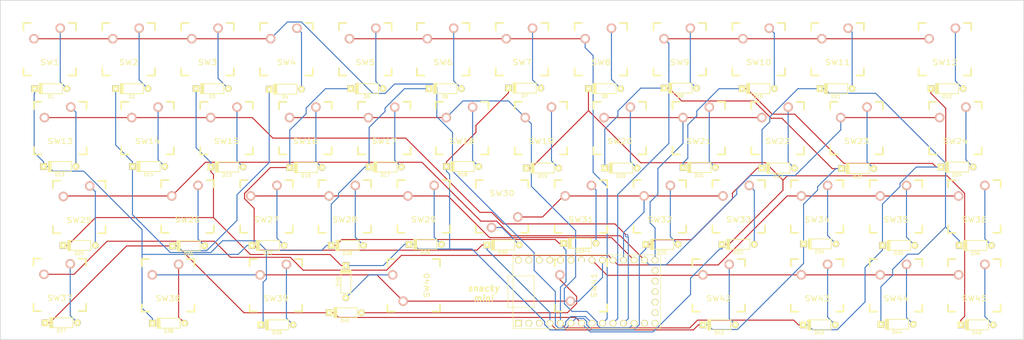
<source format=kicad_pcb>
(kicad_pcb (version 20171130) (host pcbnew "(5.0.1-3-g963ef8bb5)")
  (layers (0 F.Cu signal) (31 B.Cu signal) (34 B.Paste user) (35 F.Paste user) (36 B.SilkS user) (37 F.SilkS user) (38 B.Mask user) (39 F.Mask user) (44 Edge.Cuts user))
  (net 0 "")
  (net 1 ROW1)
  (net 2 "Net-(D1-Pad2)")
  (net 3 ROW2)
  (net 4 "Net-(D2-Pad2)")
  (net 5 "Net-(D3-Pad2)")
  (net 6 ROW3)
  (net 7 "Net-(D4-Pad2)")
  (net 8 ROW4)
  (net 9 "Net-(D5-Pad2)")
  (net 10 "Net-(D6-Pad2)")
  (net 11 "Net-(D7-Pad2)")
  (net 12 "Net-(D8-Pad2)")
  (net 13 "Net-(D9-Pad2)")
  (net 14 "Net-(D10-Pad2)")
  (net 15 "Net-(D11-Pad2)")
  (net 16 "Net-(D12-Pad2)")
  (net 17 "Net-(D13-Pad2)")
  (net 18 "Net-(D14-Pad2)")
  (net 19 "Net-(D15-Pad2)")
  (net 20 "Net-(D16-Pad2)")
  (net 21 "Net-(D17-Pad2)")
  (net 22 "Net-(D18-Pad2)")
  (net 23 "Net-(D19-Pad2)")
  (net 24 "Net-(D20-Pad2)")
  (net 25 "Net-(D21-Pad2)")
  (net 26 "Net-(D22-Pad2)")
  (net 27 "Net-(D23-Pad2)")
  (net 28 "Net-(D24-Pad2)")
  (net 29 "Net-(D25-Pad2)")
  (net 30 "Net-(D26-Pad2)")
  (net 31 "Net-(D27-Pad2)")
  (net 32 "Net-(D28-Pad2)")
  (net 33 "Net-(D29-Pad2)")
  (net 34 "Net-(D30-Pad2)")
  (net 35 "Net-(D31-Pad2)")
  (net 36 "Net-(D32-Pad2)")
  (net 37 "Net-(D33-Pad2)")
  (net 38 "Net-(D34-Pad2)")
  (net 39 "Net-(D35-Pad2)")
  (net 40 "Net-(D36-Pad2)")
  (net 41 "Net-(D37-Pad2)")
  (net 42 "Net-(D38-Pad2)")
  (net 43 "Net-(D39-Pad2)")
  (net 44 "Net-(D40-Pad2)")
  (net 45 "Net-(D41-Pad2)")
  (net 46 "Net-(D42-Pad2)")
  (net 47 "Net-(D43-Pad2)")
  (net 48 "Net-(D44-Pad2)")
  (net 49 "Net-(D45-Pad2)")
  (net 50 COL1)
  (net 51 COL2)
  (net 52 COL3)
  (net 53 COL4)
  (net 54 COL5)
  (net 55 COL6)
  (net 56 COL7)
  (net 57 COL8)
  (net 58 COL9)
  (net 59 COL10)
  (net 60 COL11)
  (net 61 COL12)
  (net 62 "Net-(U1-Pad1)")
  (net 63 "Net-(U1-Pad2)")
  (net 64 "Net-(U1-Pad3)")
  (net 65 "Net-(U1-Pad13)")
  (net 66 "Net-(U1-Pad33)")
  (net 67 "Net-(U1-Pad32)")
  (net 68 "Net-(U1-Pad31)")
  (net 69 "Net-(U1-Pad30)")
  (net 70 "Net-(U1-Pad29)")
  (net 71 "Net-(U1-Pad28)")
  (net 72 "Net-(U1-Pad27)")
  (net 73 "Net-(U1-Pad14)")
  (net 74 "Net-(U1-Pad15)")
  (net 75 "Net-(U1-Pad16)")
  (net 76 "Net-(U1-Pad19)")
  (net 77 "Net-(U1-Pad18)")
  (net 78 "Net-(U1-Pad17)")
  (module prototype:D_axial (layer F.Cu) (at 39.624 47.625)
    (fp_text reference D1 (at 0 1.925) (layer F.SilkS) (effects (font (size 0.8 0.8))))
    (fp_text value D hide)
    (pad 1 thru_hole rect (at -3.9 0) (size 1.6 1.6) (drill 0.7) (layers *.Cu *.Mask F.SilkS) (net 1 ROW1))
    (pad 2 thru_hole circle (at 3.9 0) (size 1.6 1.6) (drill 0.7) (layers *.Cu *.Mask F.SilkS) (net 2 "Net-(D1-Pad2)"))
  )
  (module prototype:D_axial (layer F.Cu) (at 59.182 47.625)
    (fp_text reference D2 (at 0 1.925) (layer F.SilkS) (effects (font (size 0.8 0.8))))
    (fp_text value D hide)
    (pad 1 thru_hole rect (at -3.9 0) (size 1.6 1.6) (drill 0.7) (layers *.Cu *.Mask F.SilkS) (net 3 ROW2))
    (pad 2 thru_hole circle (at 3.9 0) (size 1.6 1.6) (drill 0.7) (layers *.Cu *.Mask F.SilkS) (net 4 "Net-(D2-Pad2)"))
  )
  (module prototype:D_axial (layer F.Cu) (at 78.613 47.625)
    (fp_text reference D3 (at 0 1.925) (layer F.SilkS) (effects (font (size 0.8 0.8))))
    (fp_text value D hide)
    (pad 2 thru_hole circle (at 3.9 0) (size 1.6 1.6) (drill 0.7) (layers *.Cu *.Mask F.SilkS) (net 5 "Net-(D3-Pad2)"))
    (pad 1 thru_hole rect (at -3.9 0) (size 1.6 1.6) (drill 0.7) (layers *.Cu *.Mask F.SilkS) (net 6 ROW3))
  )
  (module prototype:D_axial (layer F.Cu) (at 96.266 47.752)
    (fp_text reference D4 (at 0 1.925) (layer F.SilkS) (effects (font (size 0.8 0.8))))
    (fp_text value D hide)
    (pad 2 thru_hole circle (at 3.9 0) (size 1.6 1.6) (drill 0.7) (layers *.Cu *.Mask F.SilkS) (net 7 "Net-(D4-Pad2)"))
    (pad 1 thru_hole rect (at -3.9 0) (size 1.6 1.6) (drill 0.7) (layers *.Cu *.Mask F.SilkS) (net 8 ROW4))
  )
  (module prototype:D_axial (layer F.Cu) (at 115.951 47.625)
    (fp_text reference D5 (at 0 1.925) (layer F.SilkS) (effects (font (size 0.8 0.8))))
    (fp_text value D hide)
    (pad 1 thru_hole rect (at -3.9 0) (size 1.6 1.6) (drill 0.7) (layers *.Cu *.Mask F.SilkS) (net 1 ROW1))
    (pad 2 thru_hole circle (at 3.9 0) (size 1.6 1.6) (drill 0.7) (layers *.Cu *.Mask F.SilkS) (net 9 "Net-(D5-Pad2)"))
  )
  (module prototype:D_axial (layer F.Cu) (at 134.874 47.625)
    (fp_text reference D6 (at 0 1.925) (layer F.SilkS) (effects (font (size 0.8 0.8))))
    (fp_text value D hide)
    (pad 1 thru_hole rect (at -3.9 0) (size 1.6 1.6) (drill 0.7) (layers *.Cu *.Mask F.SilkS) (net 3 ROW2))
    (pad 2 thru_hole circle (at 3.9 0) (size 1.6 1.6) (drill 0.7) (layers *.Cu *.Mask F.SilkS) (net 10 "Net-(D6-Pad2)"))
  )
  (module prototype:D_axial (layer F.Cu) (at 154.051 47.498)
    (fp_text reference D7 (at 0 1.925) (layer F.SilkS) (effects (font (size 0.8 0.8))))
    (fp_text value D hide)
    (pad 2 thru_hole circle (at 3.9 0) (size 1.6 1.6) (drill 0.7) (layers *.Cu *.Mask F.SilkS) (net 11 "Net-(D7-Pad2)"))
    (pad 1 thru_hole rect (at -3.9 0) (size 1.6 1.6) (drill 0.7) (layers *.Cu *.Mask F.SilkS) (net 6 ROW3))
  )
  (module prototype:D_axial (layer F.Cu) (at 173.355 47.625)
    (fp_text reference D8 (at 0 1.925) (layer F.SilkS) (effects (font (size 0.8 0.8))))
    (fp_text value D hide)
    (pad 2 thru_hole circle (at 3.9 0) (size 1.6 1.6) (drill 0.7) (layers *.Cu *.Mask F.SilkS) (net 12 "Net-(D8-Pad2)"))
    (pad 1 thru_hole rect (at -3.9 0) (size 1.6 1.6) (drill 0.7) (layers *.Cu *.Mask F.SilkS) (net 8 ROW4))
  )
  (module prototype:D_axial (layer F.Cu) (at 191.643 47.498)
    (fp_text reference D9 (at 0 1.925) (layer F.SilkS) (effects (font (size 0.8 0.8))))
    (fp_text value D hide)
    (pad 1 thru_hole rect (at -3.9 0) (size 1.6 1.6) (drill 0.7) (layers *.Cu *.Mask F.SilkS) (net 1 ROW1))
    (pad 2 thru_hole circle (at 3.9 0) (size 1.6 1.6) (drill 0.7) (layers *.Cu *.Mask F.SilkS) (net 13 "Net-(D9-Pad2)"))
  )
  (module prototype:D_axial (layer F.Cu) (at 210.439 47.625)
    (fp_text reference D10 (at 0 1.925) (layer F.SilkS) (effects (font (size 0.8 0.8))))
    (fp_text value D hide)
    (pad 1 thru_hole rect (at -3.9 0) (size 1.6 1.6) (drill 0.7) (layers *.Cu *.Mask F.SilkS) (net 3 ROW2))
    (pad 2 thru_hole circle (at 3.9 0) (size 1.6 1.6) (drill 0.7) (layers *.Cu *.Mask F.SilkS) (net 14 "Net-(D10-Pad2)"))
  )
  (module prototype:D_axial (layer F.Cu) (at 229.235 47.625)
    (fp_text reference D11 (at 0 1.925) (layer F.SilkS) (effects (font (size 0.8 0.8))))
    (fp_text value D hide)
    (pad 2 thru_hole circle (at 3.9 0) (size 1.6 1.6) (drill 0.7) (layers *.Cu *.Mask F.SilkS) (net 15 "Net-(D11-Pad2)"))
    (pad 1 thru_hole rect (at -3.9 0) (size 1.6 1.6) (drill 0.7) (layers *.Cu *.Mask F.SilkS) (net 6 ROW3))
  )
  (module prototype:D_axial (layer F.Cu) (at 256.032 47.625)
    (fp_text reference D12 (at 0 1.925) (layer F.SilkS) (effects (font (size 0.8 0.8))))
    (fp_text value D hide)
    (pad 2 thru_hole circle (at 3.9 0) (size 1.6 1.6) (drill 0.7) (layers *.Cu *.Mask F.SilkS) (net 16 "Net-(D12-Pad2)"))
    (pad 1 thru_hole rect (at -3.9 0) (size 1.6 1.6) (drill 0.7) (layers *.Cu *.Mask F.SilkS) (net 8 ROW4))
  )
  (module prototype:D_axial (layer F.Cu) (at 41.783 66.421)
    (fp_text reference D13 (at 0 1.925) (layer F.SilkS) (effects (font (size 0.8 0.8))))
    (fp_text value D hide)
    (pad 1 thru_hole rect (at -3.9 0) (size 1.6 1.6) (drill 0.7) (layers *.Cu *.Mask F.SilkS) (net 1 ROW1))
    (pad 2 thru_hole circle (at 3.9 0) (size 1.6 1.6) (drill 0.7) (layers *.Cu *.Mask F.SilkS) (net 17 "Net-(D13-Pad2)"))
  )
  (module prototype:D_axial (layer F.Cu) (at 63.246 66.421)
    (fp_text reference D14 (at 0 1.925) (layer F.SilkS) (effects (font (size 0.8 0.8))))
    (fp_text value D hide)
    (pad 1 thru_hole rect (at -3.9 0) (size 1.6 1.6) (drill 0.7) (layers *.Cu *.Mask F.SilkS) (net 3 ROW2))
    (pad 2 thru_hole circle (at 3.9 0) (size 1.6 1.6) (drill 0.7) (layers *.Cu *.Mask F.SilkS) (net 18 "Net-(D14-Pad2)"))
  )
  (module prototype:D_axial (layer F.Cu) (at 82.169 66.548)
    (fp_text reference D15 (at 0 1.925) (layer F.SilkS) (effects (font (size 0.8 0.8))))
    (fp_text value D hide)
    (pad 2 thru_hole circle (at 3.9 0) (size 1.6 1.6) (drill 0.7) (layers *.Cu *.Mask F.SilkS) (net 19 "Net-(D15-Pad2)"))
    (pad 1 thru_hole rect (at -3.9 0) (size 1.6 1.6) (drill 0.7) (layers *.Cu *.Mask F.SilkS) (net 6 ROW3))
  )
  (module prototype:D_axial (layer F.Cu) (at 101.219 66.675)
    (fp_text reference D16 (at 0 1.925) (layer F.SilkS) (effects (font (size 0.8 0.8))))
    (fp_text value D hide)
    (pad 1 thru_hole rect (at -3.9 0) (size 1.6 1.6) (drill 0.7) (layers *.Cu *.Mask F.SilkS) (net 1 ROW1))
    (pad 2 thru_hole circle (at 3.9 0) (size 1.6 1.6) (drill 0.7) (layers *.Cu *.Mask F.SilkS) (net 20 "Net-(D16-Pad2)"))
  )
  (module prototype:D_axial (layer F.Cu) (at 120.396 66.548)
    (fp_text reference D17 (at 0 1.925) (layer F.SilkS) (effects (font (size 0.8 0.8))))
    (fp_text value D hide)
    (pad 1 thru_hole rect (at -3.9 0) (size 1.6 1.6) (drill 0.7) (layers *.Cu *.Mask F.SilkS) (net 3 ROW2))
    (pad 2 thru_hole circle (at 3.9 0) (size 1.6 1.6) (drill 0.7) (layers *.Cu *.Mask F.SilkS) (net 21 "Net-(D17-Pad2)"))
  )
  (module prototype:D_axial (layer F.Cu) (at 139.065 66.421)
    (fp_text reference D18 (at 0 1.925) (layer F.SilkS) (effects (font (size 0.8 0.8))))
    (fp_text value D hide)
    (pad 2 thru_hole circle (at 3.9 0) (size 1.6 1.6) (drill 0.7) (layers *.Cu *.Mask F.SilkS) (net 22 "Net-(D18-Pad2)"))
    (pad 1 thru_hole rect (at -3.9 0) (size 1.6 1.6) (drill 0.7) (layers *.Cu *.Mask F.SilkS) (net 6 ROW3))
  )
  (module prototype:D_axial (layer F.Cu) (at 158.369 66.802)
    (fp_text reference D19 (at 0 1.925) (layer F.SilkS) (effects (font (size 0.8 0.8))))
    (fp_text value D hide)
    (pad 2 thru_hole circle (at 3.9 0) (size 1.6 1.6) (drill 0.7) (layers *.Cu *.Mask F.SilkS) (net 23 "Net-(D19-Pad2)"))
    (pad 1 thru_hole rect (at -3.9 0) (size 1.6 1.6) (drill 0.7) (layers *.Cu *.Mask F.SilkS) (net 8 ROW4))
  )
  (module prototype:D_axial (layer F.Cu) (at 177.292 66.802)
    (fp_text reference D20 (at 0 1.925) (layer F.SilkS) (effects (font (size 0.8 0.8))))
    (fp_text value D hide)
    (pad 1 thru_hole rect (at -3.9 0) (size 1.6 1.6) (drill 0.7) (layers *.Cu *.Mask F.SilkS) (net 1 ROW1))
    (pad 2 thru_hole circle (at 3.9 0) (size 1.6 1.6) (drill 0.7) (layers *.Cu *.Mask F.SilkS) (net 24 "Net-(D20-Pad2)"))
  )
  (module prototype:D_axial (layer F.Cu) (at 196.215 66.675)
    (fp_text reference D21 (at 0 1.925) (layer F.SilkS) (effects (font (size 0.8 0.8))))
    (fp_text value D hide)
    (pad 1 thru_hole rect (at -3.9 0) (size 1.6 1.6) (drill 0.7) (layers *.Cu *.Mask F.SilkS) (net 3 ROW2))
    (pad 2 thru_hole circle (at 3.9 0) (size 1.6 1.6) (drill 0.7) (layers *.Cu *.Mask F.SilkS) (net 25 "Net-(D21-Pad2)"))
  )
  (module prototype:D_axial (layer F.Cu) (at 215.265 66.802)
    (fp_text reference D22 (at 0 1.925) (layer F.SilkS) (effects (font (size 0.8 0.8))))
    (fp_text value D hide)
    (pad 2 thru_hole circle (at 3.9 0) (size 1.6 1.6) (drill 0.7) (layers *.Cu *.Mask F.SilkS) (net 26 "Net-(D22-Pad2)"))
    (pad 1 thru_hole rect (at -3.9 0) (size 1.6 1.6) (drill 0.7) (layers *.Cu *.Mask F.SilkS) (net 6 ROW3))
  )
  (module prototype:D_axial (layer F.Cu) (at 234.442 66.929)
    (fp_text reference D23 (at 0 1.925) (layer F.SilkS) (effects (font (size 0.8 0.8))))
    (fp_text value D hide)
    (pad 1 thru_hole rect (at -3.9 0) (size 1.6 1.6) (drill 0.7) (layers *.Cu *.Mask F.SilkS) (net 1 ROW1))
    (pad 2 thru_hole circle (at 3.9 0) (size 1.6 1.6) (drill 0.7) (layers *.Cu *.Mask F.SilkS) (net 27 "Net-(D23-Pad2)"))
  )
  (module prototype:D_axial (layer F.Cu) (at 258.445 66.548)
    (fp_text reference D24 (at 0 1.925) (layer F.SilkS) (effects (font (size 0.8 0.8))))
    (fp_text value D hide)
    (pad 1 thru_hole rect (at -3.9 0) (size 1.6 1.6) (drill 0.7) (layers *.Cu *.Mask F.SilkS) (net 3 ROW2))
    (pad 2 thru_hole circle (at 3.9 0) (size 1.6 1.6) (drill 0.7) (layers *.Cu *.Mask F.SilkS) (net 28 "Net-(D24-Pad2)"))
  )
  (module prototype:D_axial (layer F.Cu) (at 46.482 85.471)
    (fp_text reference D25 (at 0 1.925) (layer F.SilkS) (effects (font (size 0.8 0.8))))
    (fp_text value D hide)
    (pad 2 thru_hole circle (at 3.9 0) (size 1.6 1.6) (drill 0.7) (layers *.Cu *.Mask F.SilkS) (net 29 "Net-(D25-Pad2)"))
    (pad 1 thru_hole rect (at -3.9 0) (size 1.6 1.6) (drill 0.7) (layers *.Cu *.Mask F.SilkS) (net 6 ROW3))
  )
  (module prototype:D_axial (layer F.Cu) (at 72.898 85.598)
    (fp_text reference D26 (at 0 1.925) (layer F.SilkS) (effects (font (size 0.8 0.8))))
    (fp_text value D hide)
    (pad 2 thru_hole circle (at 3.9 0) (size 1.6 1.6) (drill 0.7) (layers *.Cu *.Mask F.SilkS) (net 30 "Net-(D26-Pad2)"))
    (pad 1 thru_hole rect (at -3.9 0) (size 1.6 1.6) (drill 0.7) (layers *.Cu *.Mask F.SilkS) (net 8 ROW4))
  )
  (module prototype:D_axial (layer F.Cu) (at 92.075 85.471)
    (fp_text reference D27 (at 0 1.925) (layer F.SilkS) (effects (font (size 0.8 0.8))))
    (fp_text value D hide)
    (pad 1 thru_hole rect (at -3.9 0) (size 1.6 1.6) (drill 0.7) (layers *.Cu *.Mask F.SilkS) (net 1 ROW1))
    (pad 2 thru_hole circle (at 3.9 0) (size 1.6 1.6) (drill 0.7) (layers *.Cu *.Mask F.SilkS) (net 31 "Net-(D27-Pad2)"))
  )
  (module prototype:D_axial (layer F.Cu) (at 111.252 85.471)
    (fp_text reference D28 (at 0 1.925) (layer F.SilkS) (effects (font (size 0.8 0.8))))
    (fp_text value D hide)
    (pad 1 thru_hole rect (at -3.9 0) (size 1.6 1.6) (drill 0.7) (layers *.Cu *.Mask F.SilkS) (net 3 ROW2))
    (pad 2 thru_hole circle (at 3.9 0) (size 1.6 1.6) (drill 0.7) (layers *.Cu *.Mask F.SilkS) (net 32 "Net-(D28-Pad2)"))
  )
  (module prototype:D_axial (layer F.Cu) (at 130.048 85.217)
    (fp_text reference D29 (at 0 1.925) (layer F.SilkS) (effects (font (size 0.8 0.8))))
    (fp_text value D hide)
    (pad 2 thru_hole circle (at 3.9 0) (size 1.6 1.6) (drill 0.7) (layers *.Cu *.Mask F.SilkS) (net 33 "Net-(D29-Pad2)"))
    (pad 1 thru_hole rect (at -3.9 0) (size 1.6 1.6) (drill 0.7) (layers *.Cu *.Mask F.SilkS) (net 6 ROW3))
  )
  (module prototype:D_axial (layer F.Cu) (at 148.844 85.344)
    (fp_text reference D30 (at 0 1.925) (layer F.SilkS) (effects (font (size 0.8 0.8))))
    (fp_text value D hide)
    (pad 1 thru_hole rect (at -3.9 0) (size 1.6 1.6) (drill 0.7) (layers *.Cu *.Mask F.SilkS) (net 1 ROW1))
    (pad 2 thru_hole circle (at 3.9 0) (size 1.6 1.6) (drill 0.7) (layers *.Cu *.Mask F.SilkS) (net 34 "Net-(D30-Pad2)"))
  )
  (module prototype:D_axial (layer F.Cu) (at 167.386 84.963)
    (fp_text reference D31 (at 0 1.925) (layer F.SilkS) (effects (font (size 0.8 0.8))))
    (fp_text value D hide)
    (pad 1 thru_hole rect (at -3.9 0) (size 1.6 1.6) (drill 0.7) (layers *.Cu *.Mask F.SilkS) (net 3 ROW2))
    (pad 2 thru_hole circle (at 3.9 0) (size 1.6 1.6) (drill 0.7) (layers *.Cu *.Mask F.SilkS) (net 35 "Net-(D31-Pad2)"))
  )
  (module prototype:D_axial (layer F.Cu) (at 187.198 85.217)
    (fp_text reference D32 (at 0 1.925) (layer F.SilkS) (effects (font (size 0.8 0.8))))
    (fp_text value D hide)
    (pad 2 thru_hole circle (at 3.9 0) (size 1.6 1.6) (drill 0.7) (layers *.Cu *.Mask F.SilkS) (net 36 "Net-(D32-Pad2)"))
    (pad 1 thru_hole rect (at -3.9 0) (size 1.6 1.6) (drill 0.7) (layers *.Cu *.Mask F.SilkS) (net 6 ROW3))
  )
  (module prototype:D_axial (layer F.Cu) (at 205.613 85.217)
    (fp_text reference D33 (at 0 1.925) (layer F.SilkS) (effects (font (size 0.8 0.8))))
    (fp_text value D hide)
    (pad 2 thru_hole circle (at 3.9 0) (size 1.6 1.6) (drill 0.7) (layers *.Cu *.Mask F.SilkS) (net 37 "Net-(D33-Pad2)"))
    (pad 1 thru_hole rect (at -3.9 0) (size 1.6 1.6) (drill 0.7) (layers *.Cu *.Mask F.SilkS) (net 8 ROW4))
  )
  (module prototype:D_axial (layer F.Cu) (at 225.298 85.09)
    (fp_text reference D34 (at 0 1.925) (layer F.SilkS) (effects (font (size 0.8 0.8))))
    (fp_text value D hide)
    (pad 1 thru_hole rect (at -3.9 0) (size 1.6 1.6) (drill 0.7) (layers *.Cu *.Mask F.SilkS) (net 1 ROW1))
    (pad 2 thru_hole circle (at 3.9 0) (size 1.6 1.6) (drill 0.7) (layers *.Cu *.Mask F.SilkS) (net 38 "Net-(D34-Pad2)"))
  )
  (module prototype:D_axial (layer F.Cu) (at 244.348 85.471)
    (fp_text reference D35 (at 0 1.925) (layer F.SilkS) (effects (font (size 0.8 0.8))))
    (fp_text value D hide)
    (pad 1 thru_hole rect (at -3.9 0) (size 1.6 1.6) (drill 0.7) (layers *.Cu *.Mask F.SilkS) (net 3 ROW2))
    (pad 2 thru_hole circle (at 3.9 0) (size 1.6 1.6) (drill 0.7) (layers *.Cu *.Mask F.SilkS) (net 39 "Net-(D35-Pad2)"))
  )
  (module prototype:D_axial (layer F.Cu) (at 262.89 85.471)
    (fp_text reference D36 (at 0 1.925) (layer F.SilkS) (effects (font (size 0.8 0.8))))
    (fp_text value D hide)
    (pad 2 thru_hole circle (at 3.9 0) (size 1.6 1.6) (drill 0.7) (layers *.Cu *.Mask F.SilkS) (net 40 "Net-(D36-Pad2)"))
    (pad 1 thru_hole rect (at -3.9 0) (size 1.6 1.6) (drill 0.7) (layers *.Cu *.Mask F.SilkS) (net 6 ROW3))
  )
  (module prototype:D_axial (layer F.Cu) (at 42.164 104.14)
    (fp_text reference D37 (at 0 1.925) (layer F.SilkS) (effects (font (size 0.8 0.8))))
    (fp_text value D hide)
    (pad 2 thru_hole circle (at 3.9 0) (size 1.6 1.6) (drill 0.7) (layers *.Cu *.Mask F.SilkS) (net 41 "Net-(D37-Pad2)"))
    (pad 1 thru_hole rect (at -3.9 0) (size 1.6 1.6) (drill 0.7) (layers *.Cu *.Mask F.SilkS) (net 8 ROW4))
  )
  (module prototype:D_axial (layer F.Cu) (at 68.072 104.267)
    (fp_text reference D38 (at 0 1.925) (layer F.SilkS) (effects (font (size 0.8 0.8))))
    (fp_text value D hide)
    (pad 1 thru_hole rect (at -3.9 0) (size 1.6 1.6) (drill 0.7) (layers *.Cu *.Mask F.SilkS) (net 1 ROW1))
    (pad 2 thru_hole circle (at 3.9 0) (size 1.6 1.6) (drill 0.7) (layers *.Cu *.Mask F.SilkS) (net 42 "Net-(D38-Pad2)"))
  )
  (module prototype:D_axial (layer F.Cu) (at 94.234 104.648)
    (fp_text reference D39 (at 0 1.925) (layer F.SilkS) (effects (font (size 0.8 0.8))))
    (fp_text value D hide)
    (pad 1 thru_hole rect (at -3.9 0) (size 1.6 1.6) (drill 0.7) (layers *.Cu *.Mask F.SilkS) (net 3 ROW2))
    (pad 2 thru_hole circle (at 3.9 0) (size 1.6 1.6) (drill 0.7) (layers *.Cu *.Mask F.SilkS) (net 43 "Net-(D39-Pad2)"))
  )
  (module prototype:D_axial (layer F.Cu) (at 110.871 94.234 270)
    (fp_text reference D40 (at 0 1.925 270) (layer F.SilkS) (effects (font (size 0.8 0.8))))
    (fp_text value D hide)
    (pad 2 thru_hole circle (at 3.9 0 270) (size 1.6 1.6) (drill 0.7) (layers *.Cu *.Mask F.SilkS) (net 44 "Net-(D40-Pad2)"))
    (pad 1 thru_hole rect (at -3.9 0 270) (size 1.6 1.6) (drill 0.7) (layers *.Cu *.Mask F.SilkS) (net 6 ROW3))
  )
  (module prototype:D_axial (layer F.Cu) (at 110.744 101.727)
    (fp_text reference D41 (at 0 1.925) (layer F.SilkS) (effects (font (size 0.8 0.8))))
    (fp_text value D hide)
    (pad 2 thru_hole circle (at 3.9 0) (size 1.6 1.6) (drill 0.7) (layers *.Cu *.Mask F.SilkS) (net 45 "Net-(D41-Pad2)"))
    (pad 1 thru_hole rect (at -3.9 0) (size 1.6 1.6) (drill 0.7) (layers *.Cu *.Mask F.SilkS) (net 8 ROW4))
  )
  (module prototype:D_axial (layer F.Cu) (at 201.041 104.648)
    (fp_text reference D42 (at 0 1.925) (layer F.SilkS) (effects (font (size 0.8 0.8))))
    (fp_text value D hide)
    (pad 1 thru_hole rect (at -3.9 0) (size 1.6 1.6) (drill 0.7) (layers *.Cu *.Mask F.SilkS) (net 1 ROW1))
    (pad 2 thru_hole circle (at 3.9 0) (size 1.6 1.6) (drill 0.7) (layers *.Cu *.Mask F.SilkS) (net 46 "Net-(D42-Pad2)"))
  )
  (module prototype:D_axial (layer F.Cu) (at 225.171 104.648)
    (fp_text reference D43 (at 0 1.925) (layer F.SilkS) (effects (font (size 0.8 0.8))))
    (fp_text value D hide)
    (pad 2 thru_hole circle (at 3.9 0) (size 1.6 1.6) (drill 0.7) (layers *.Cu *.Mask F.SilkS) (net 47 "Net-(D43-Pad2)"))
    (pad 1 thru_hole rect (at -3.9 0) (size 1.6 1.6) (drill 0.7) (layers *.Cu *.Mask F.SilkS) (net 3 ROW2))
  )
  (module prototype:D_axial (layer F.Cu) (at 243.967 104.521)
    (fp_text reference D44 (at 0 1.925) (layer F.SilkS) (effects (font (size 0.8 0.8))))
    (fp_text value D hide)
    (pad 2 thru_hole circle (at 3.9 0) (size 1.6 1.6) (drill 0.7) (layers *.Cu *.Mask F.SilkS) (net 48 "Net-(D44-Pad2)"))
    (pad 1 thru_hole rect (at -3.9 0) (size 1.6 1.6) (drill 0.7) (layers *.Cu *.Mask F.SilkS) (net 6 ROW3))
  )
  (module prototype:D_axial (layer F.Cu) (at 263.271 104.648)
    (fp_text reference D45 (at 0 1.925) (layer F.SilkS) (effects (font (size 0.8 0.8))))
    (fp_text value D hide)
    (pad 2 thru_hole circle (at 3.9 0) (size 1.6 1.6) (drill 0.7) (layers *.Cu *.Mask F.SilkS) (net 49 "Net-(D45-Pad2)"))
    (pad 1 thru_hole rect (at -3.9 0) (size 1.6 1.6) (drill 0.7) (layers *.Cu *.Mask F.SilkS) (net 8 ROW4))
  )
  (module prototype:CHERRY_PLATE_100H (layer F.Cu) (at 39.37 38.1)
    (fp_text reference SW1 (at 0 3.175) (layer F.SilkS) (effects (font (size 1.27 1.524) (thickness 0.2032))))
    (fp_text value SW_PUSH hide)
    (pad 1 thru_hole circle (at 2.54 -5.08) (size 2.286 2.286) (drill 1.4986) (layers *.Cu *.SilkS *.Mask) (net 2 "Net-(D1-Pad2)"))
    (pad 2 thru_hole circle (at -3.81 -2.54) (size 2.286 2.286) (drill 1.4986) (layers *.Cu *.SilkS *.Mask) (net 50 COL1))
    (pad HOLE np_thru_hole circle (at 0 0) (size 3.9878 3.9878) (drill 3.9878) (layers *.Cu))
    (pad HOLE np_thru_hole circle (at -5.08 0) (size 1.7018 1.7018) (drill 1.7018) (layers *.Cu))
    (pad HOLE np_thru_hole circle (at 5.08 0) (size 1.7018 1.7018) (drill 1.7018) (layers *.Cu))
  )
  (module prototype:CHERRY_PLATE_100H (layer F.Cu) (at 58.42 38.1)
    (fp_text reference SW2 (at 0 3.175) (layer F.SilkS) (effects (font (size 1.27 1.524) (thickness 0.2032))))
    (fp_text value SW_PUSH hide)
    (pad HOLE np_thru_hole circle (at 5.08 0) (size 1.7018 1.7018) (drill 1.7018) (layers *.Cu))
    (pad HOLE np_thru_hole circle (at -5.08 0) (size 1.7018 1.7018) (drill 1.7018) (layers *.Cu))
    (pad HOLE np_thru_hole circle (at 0 0) (size 3.9878 3.9878) (drill 3.9878) (layers *.Cu))
    (pad 2 thru_hole circle (at -3.81 -2.54) (size 2.286 2.286) (drill 1.4986) (layers *.Cu *.SilkS *.Mask) (net 50 COL1))
    (pad 1 thru_hole circle (at 2.54 -5.08) (size 2.286 2.286) (drill 1.4986) (layers *.Cu *.SilkS *.Mask) (net 4 "Net-(D2-Pad2)"))
  )
  (module prototype:CHERRY_PLATE_100H (layer F.Cu) (at 77.47 38.1)
    (fp_text reference SW3 (at 0 3.175) (layer F.SilkS) (effects (font (size 1.27 1.524) (thickness 0.2032))))
    (fp_text value SW_PUSH hide)
    (pad 1 thru_hole circle (at 2.54 -5.08) (size 2.286 2.286) (drill 1.4986) (layers *.Cu *.SilkS *.Mask) (net 5 "Net-(D3-Pad2)"))
    (pad 2 thru_hole circle (at -3.81 -2.54) (size 2.286 2.286) (drill 1.4986) (layers *.Cu *.SilkS *.Mask) (net 50 COL1))
    (pad HOLE np_thru_hole circle (at 0 0) (size 3.9878 3.9878) (drill 3.9878) (layers *.Cu))
    (pad HOLE np_thru_hole circle (at -5.08 0) (size 1.7018 1.7018) (drill 1.7018) (layers *.Cu))
    (pad HOLE np_thru_hole circle (at 5.08 0) (size 1.7018 1.7018) (drill 1.7018) (layers *.Cu))
  )
  (module prototype:CHERRY_PLATE_100H (layer F.Cu) (at 96.52 38.1)
    (fp_text reference SW4 (at 0 3.175) (layer F.SilkS) (effects (font (size 1.27 1.524) (thickness 0.2032))))
    (fp_text value SW_PUSH hide)
    (pad 1 thru_hole circle (at 2.54 -5.08) (size 2.286 2.286) (drill 1.4986) (layers *.Cu *.SilkS *.Mask) (net 7 "Net-(D4-Pad2)"))
    (pad 2 thru_hole circle (at -3.81 -2.54) (size 2.286 2.286) (drill 1.4986) (layers *.Cu *.SilkS *.Mask) (net 50 COL1))
    (pad HOLE np_thru_hole circle (at 0 0) (size 3.9878 3.9878) (drill 3.9878) (layers *.Cu))
    (pad HOLE np_thru_hole circle (at -5.08 0) (size 1.7018 1.7018) (drill 1.7018) (layers *.Cu))
    (pad HOLE np_thru_hole circle (at 5.08 0) (size 1.7018 1.7018) (drill 1.7018) (layers *.Cu))
  )
  (module prototype:CHERRY_PLATE_100H (layer F.Cu) (at 115.57 38.1)
    (fp_text reference SW5 (at 0 3.175) (layer F.SilkS) (effects (font (size 1.27 1.524) (thickness 0.2032))))
    (fp_text value SW_PUSH hide)
    (pad 1 thru_hole circle (at 2.54 -5.08) (size 2.286 2.286) (drill 1.4986) (layers *.Cu *.SilkS *.Mask) (net 9 "Net-(D5-Pad2)"))
    (pad 2 thru_hole circle (at -3.81 -2.54) (size 2.286 2.286) (drill 1.4986) (layers *.Cu *.SilkS *.Mask) (net 51 COL2))
    (pad HOLE np_thru_hole circle (at 0 0) (size 3.9878 3.9878) (drill 3.9878) (layers *.Cu))
    (pad HOLE np_thru_hole circle (at -5.08 0) (size 1.7018 1.7018) (drill 1.7018) (layers *.Cu))
    (pad HOLE np_thru_hole circle (at 5.08 0) (size 1.7018 1.7018) (drill 1.7018) (layers *.Cu))
  )
  (module prototype:CHERRY_PLATE_100H (layer F.Cu) (at 134.366 38.1)
    (fp_text reference SW6 (at 0 3.175) (layer F.SilkS) (effects (font (size 1.27 1.524) (thickness 0.2032))))
    (fp_text value SW_PUSH hide)
    (pad HOLE np_thru_hole circle (at 5.08 0) (size 1.7018 1.7018) (drill 1.7018) (layers *.Cu))
    (pad HOLE np_thru_hole circle (at -5.08 0) (size 1.7018 1.7018) (drill 1.7018) (layers *.Cu))
    (pad HOLE np_thru_hole circle (at 0 0) (size 3.9878 3.9878) (drill 3.9878) (layers *.Cu))
    (pad 2 thru_hole circle (at -3.81 -2.54) (size 2.286 2.286) (drill 1.4986) (layers *.Cu *.SilkS *.Mask) (net 51 COL2))
    (pad 1 thru_hole circle (at 2.54 -5.08) (size 2.286 2.286) (drill 1.4986) (layers *.Cu *.SilkS *.Mask) (net 10 "Net-(D6-Pad2)"))
  )
  (module prototype:CHERRY_PLATE_100H (layer F.Cu) (at 153.416 38.1)
    (fp_text reference SW7 (at 0 3.175) (layer F.SilkS) (effects (font (size 1.27 1.524) (thickness 0.2032))))
    (fp_text value SW_PUSH hide)
    (pad 1 thru_hole circle (at 2.54 -5.08) (size 2.286 2.286) (drill 1.4986) (layers *.Cu *.SilkS *.Mask) (net 11 "Net-(D7-Pad2)"))
    (pad 2 thru_hole circle (at -3.81 -2.54) (size 2.286 2.286) (drill 1.4986) (layers *.Cu *.SilkS *.Mask) (net 51 COL2))
    (pad HOLE np_thru_hole circle (at 0 0) (size 3.9878 3.9878) (drill 3.9878) (layers *.Cu))
    (pad HOLE np_thru_hole circle (at -5.08 0) (size 1.7018 1.7018) (drill 1.7018) (layers *.Cu))
    (pad HOLE np_thru_hole circle (at 5.08 0) (size 1.7018 1.7018) (drill 1.7018) (layers *.Cu))
  )
  (module prototype:CHERRY_PLATE_100H (layer F.Cu) (at 172.466 38.1)
    (fp_text reference SW8 (at 0 3.175) (layer F.SilkS) (effects (font (size 1.27 1.524) (thickness 0.2032))))
    (fp_text value SW_PUSH hide)
    (pad 1 thru_hole circle (at 2.54 -5.08) (size 2.286 2.286) (drill 1.4986) (layers *.Cu *.SilkS *.Mask) (net 12 "Net-(D8-Pad2)"))
    (pad 2 thru_hole circle (at -3.81 -2.54) (size 2.286 2.286) (drill 1.4986) (layers *.Cu *.SilkS *.Mask) (net 51 COL2))
    (pad HOLE np_thru_hole circle (at 0 0) (size 3.9878 3.9878) (drill 3.9878) (layers *.Cu))
    (pad HOLE np_thru_hole circle (at -5.08 0) (size 1.7018 1.7018) (drill 1.7018) (layers *.Cu))
    (pad HOLE np_thru_hole circle (at 5.08 0) (size 1.7018 1.7018) (drill 1.7018) (layers *.Cu))
  )
  (module prototype:CHERRY_PLATE_100H (layer F.Cu) (at 191.516 38.1)
    (fp_text reference SW9 (at 0 3.175) (layer F.SilkS) (effects (font (size 1.27 1.524) (thickness 0.2032))))
    (fp_text value SW_PUSH hide)
    (pad HOLE np_thru_hole circle (at 5.08 0) (size 1.7018 1.7018) (drill 1.7018) (layers *.Cu))
    (pad HOLE np_thru_hole circle (at -5.08 0) (size 1.7018 1.7018) (drill 1.7018) (layers *.Cu))
    (pad HOLE np_thru_hole circle (at 0 0) (size 3.9878 3.9878) (drill 3.9878) (layers *.Cu))
    (pad 2 thru_hole circle (at -3.81 -2.54) (size 2.286 2.286) (drill 1.4986) (layers *.Cu *.SilkS *.Mask) (net 52 COL3))
    (pad 1 thru_hole circle (at 2.54 -5.08) (size 2.286 2.286) (drill 1.4986) (layers *.Cu *.SilkS *.Mask) (net 13 "Net-(D9-Pad2)"))
  )
  (module prototype:CHERRY_PLATE_100H (layer F.Cu) (at 210.566 38.1)
    (fp_text reference SW10 (at 0 3.175) (layer F.SilkS) (effects (font (size 1.27 1.524) (thickness 0.2032))))
    (fp_text value SW_PUSH hide)
    (pad HOLE np_thru_hole circle (at 5.08 0) (size 1.7018 1.7018) (drill 1.7018) (layers *.Cu))
    (pad HOLE np_thru_hole circle (at -5.08 0) (size 1.7018 1.7018) (drill 1.7018) (layers *.Cu))
    (pad HOLE np_thru_hole circle (at 0 0) (size 3.9878 3.9878) (drill 3.9878) (layers *.Cu))
    (pad 2 thru_hole circle (at -3.81 -2.54) (size 2.286 2.286) (drill 1.4986) (layers *.Cu *.SilkS *.Mask) (net 52 COL3))
    (pad 1 thru_hole circle (at 2.54 -5.08) (size 2.286 2.286) (drill 1.4986) (layers *.Cu *.SilkS *.Mask) (net 14 "Net-(D10-Pad2)"))
  )
  (module prototype:CHERRY_PLATE_100H (layer F.Cu) (at 229.616 38.1)
    (fp_text reference SW11 (at 0 3.175) (layer F.SilkS) (effects (font (size 1.27 1.524) (thickness 0.2032))))
    (fp_text value SW_PUSH hide)
    (pad 1 thru_hole circle (at 2.54 -5.08) (size 2.286 2.286) (drill 1.4986) (layers *.Cu *.SilkS *.Mask) (net 15 "Net-(D11-Pad2)"))
    (pad 2 thru_hole circle (at -3.81 -2.54) (size 2.286 2.286) (drill 1.4986) (layers *.Cu *.SilkS *.Mask) (net 52 COL3))
    (pad HOLE np_thru_hole circle (at 0 0) (size 3.9878 3.9878) (drill 3.9878) (layers *.Cu))
    (pad HOLE np_thru_hole circle (at -5.08 0) (size 1.7018 1.7018) (drill 1.7018) (layers *.Cu))
    (pad HOLE np_thru_hole circle (at 5.08 0) (size 1.7018 1.7018) (drill 1.7018) (layers *.Cu))
  )
  (module prototype:CHERRY_PLATE_100H (layer F.Cu) (at 255.524 38.1)
    (fp_text reference SW12 (at 0 3.175) (layer F.SilkS) (effects (font (size 1.27 1.524) (thickness 0.2032))))
    (fp_text value SW_PUSH hide)
    (pad 1 thru_hole circle (at 2.54 -5.08) (size 2.286 2.286) (drill 1.4986) (layers *.Cu *.SilkS *.Mask) (net 16 "Net-(D12-Pad2)"))
    (pad 2 thru_hole circle (at -3.81 -2.54) (size 2.286 2.286) (drill 1.4986) (layers *.Cu *.SilkS *.Mask) (net 52 COL3))
    (pad HOLE np_thru_hole circle (at 0 0) (size 3.9878 3.9878) (drill 3.9878) (layers *.Cu))
    (pad HOLE np_thru_hole circle (at -5.08 0) (size 1.7018 1.7018) (drill 1.7018) (layers *.Cu))
    (pad HOLE np_thru_hole circle (at 5.08 0) (size 1.7018 1.7018) (drill 1.7018) (layers *.Cu))
  )
  (module prototype:CHERRY_PLATE_100H (layer F.Cu) (at 41.91 57.15)
    (fp_text reference SW13 (at 0 3.175) (layer F.SilkS) (effects (font (size 1.27 1.524) (thickness 0.2032))))
    (fp_text value SW_PUSH hide)
    (pad HOLE np_thru_hole circle (at 5.08 0) (size 1.7018 1.7018) (drill 1.7018) (layers *.Cu))
    (pad HOLE np_thru_hole circle (at -5.08 0) (size 1.7018 1.7018) (drill 1.7018) (layers *.Cu))
    (pad HOLE np_thru_hole circle (at 0 0) (size 3.9878 3.9878) (drill 3.9878) (layers *.Cu))
    (pad 2 thru_hole circle (at -3.81 -2.54) (size 2.286 2.286) (drill 1.4986) (layers *.Cu *.SilkS *.Mask) (net 53 COL4))
    (pad 1 thru_hole circle (at 2.54 -5.08) (size 2.286 2.286) (drill 1.4986) (layers *.Cu *.SilkS *.Mask) (net 17 "Net-(D13-Pad2)"))
  )
  (module prototype:CHERRY_PLATE_100H (layer F.Cu) (at 62.992 57.15)
    (fp_text reference SW14 (at 0 3.175) (layer F.SilkS) (effects (font (size 1.27 1.524) (thickness 0.2032))))
    (fp_text value SW_PUSH hide)
    (pad HOLE np_thru_hole circle (at 5.08 0) (size 1.7018 1.7018) (drill 1.7018) (layers *.Cu))
    (pad HOLE np_thru_hole circle (at -5.08 0) (size 1.7018 1.7018) (drill 1.7018) (layers *.Cu))
    (pad HOLE np_thru_hole circle (at 0 0) (size 3.9878 3.9878) (drill 3.9878) (layers *.Cu))
    (pad 2 thru_hole circle (at -3.81 -2.54) (size 2.286 2.286) (drill 1.4986) (layers *.Cu *.SilkS *.Mask) (net 53 COL4))
    (pad 1 thru_hole circle (at 2.54 -5.08) (size 2.286 2.286) (drill 1.4986) (layers *.Cu *.SilkS *.Mask) (net 18 "Net-(D14-Pad2)"))
  )
  (module prototype:CHERRY_PLATE_100H (layer F.Cu) (at 82.042 57.15)
    (fp_text reference SW15 (at 0 3.175) (layer F.SilkS) (effects (font (size 1.27 1.524) (thickness 0.2032))))
    (fp_text value SW_PUSH hide)
    (pad 1 thru_hole circle (at 2.54 -5.08) (size 2.286 2.286) (drill 1.4986) (layers *.Cu *.SilkS *.Mask) (net 19 "Net-(D15-Pad2)"))
    (pad 2 thru_hole circle (at -3.81 -2.54) (size 2.286 2.286) (drill 1.4986) (layers *.Cu *.SilkS *.Mask) (net 53 COL4))
    (pad HOLE np_thru_hole circle (at 0 0) (size 3.9878 3.9878) (drill 3.9878) (layers *.Cu))
    (pad HOLE np_thru_hole circle (at -5.08 0) (size 1.7018 1.7018) (drill 1.7018) (layers *.Cu))
    (pad HOLE np_thru_hole circle (at 5.08 0) (size 1.7018 1.7018) (drill 1.7018) (layers *.Cu))
  )
  (module prototype:CHERRY_PLATE_100H (layer F.Cu) (at 101.092 57.15)
    (fp_text reference SW16 (at 0 3.175) (layer F.SilkS) (effects (font (size 1.27 1.524) (thickness 0.2032))))
    (fp_text value SW_PUSH hide)
    (pad HOLE np_thru_hole circle (at 5.08 0) (size 1.7018 1.7018) (drill 1.7018) (layers *.Cu))
    (pad HOLE np_thru_hole circle (at -5.08 0) (size 1.7018 1.7018) (drill 1.7018) (layers *.Cu))
    (pad HOLE np_thru_hole circle (at 0 0) (size 3.9878 3.9878) (drill 3.9878) (layers *.Cu))
    (pad 2 thru_hole circle (at -3.81 -2.54) (size 2.286 2.286) (drill 1.4986) (layers *.Cu *.SilkS *.Mask) (net 54 COL5))
    (pad 1 thru_hole circle (at 2.54 -5.08) (size 2.286 2.286) (drill 1.4986) (layers *.Cu *.SilkS *.Mask) (net 20 "Net-(D16-Pad2)"))
  )
  (module prototype:CHERRY_PLATE_100H (layer F.Cu) (at 120.142 57.15)
    (fp_text reference SW17 (at 0 3.175) (layer F.SilkS) (effects (font (size 1.27 1.524) (thickness 0.2032))))
    (fp_text value SW_PUSH hide)
    (pad HOLE np_thru_hole circle (at 5.08 0) (size 1.7018 1.7018) (drill 1.7018) (layers *.Cu))
    (pad HOLE np_thru_hole circle (at -5.08 0) (size 1.7018 1.7018) (drill 1.7018) (layers *.Cu))
    (pad HOLE np_thru_hole circle (at 0 0) (size 3.9878 3.9878) (drill 3.9878) (layers *.Cu))
    (pad 2 thru_hole circle (at -3.81 -2.54) (size 2.286 2.286) (drill 1.4986) (layers *.Cu *.SilkS *.Mask) (net 54 COL5))
    (pad 1 thru_hole circle (at 2.54 -5.08) (size 2.286 2.286) (drill 1.4986) (layers *.Cu *.SilkS *.Mask) (net 21 "Net-(D17-Pad2)"))
  )
  (module prototype:CHERRY_PLATE_100H (layer F.Cu) (at 138.938 57.15)
    (fp_text reference SW18 (at 0 3.175) (layer F.SilkS) (effects (font (size 1.27 1.524) (thickness 0.2032))))
    (fp_text value SW_PUSH hide)
    (pad 1 thru_hole circle (at 2.54 -5.08) (size 2.286 2.286) (drill 1.4986) (layers *.Cu *.SilkS *.Mask) (net 22 "Net-(D18-Pad2)"))
    (pad 2 thru_hole circle (at -3.81 -2.54) (size 2.286 2.286) (drill 1.4986) (layers *.Cu *.SilkS *.Mask) (net 54 COL5))
    (pad HOLE np_thru_hole circle (at 0 0) (size 3.9878 3.9878) (drill 3.9878) (layers *.Cu))
    (pad HOLE np_thru_hole circle (at -5.08 0) (size 1.7018 1.7018) (drill 1.7018) (layers *.Cu))
    (pad HOLE np_thru_hole circle (at 5.08 0) (size 1.7018 1.7018) (drill 1.7018) (layers *.Cu))
  )
  (module prototype:CHERRY_PLATE_100H (layer F.Cu) (at 157.988 57.15)
    (fp_text reference SW19 (at 0 3.175) (layer F.SilkS) (effects (font (size 1.27 1.524) (thickness 0.2032))))
    (fp_text value SW_PUSH hide)
    (pad 1 thru_hole circle (at 2.54 -5.08) (size 2.286 2.286) (drill 1.4986) (layers *.Cu *.SilkS *.Mask) (net 23 "Net-(D19-Pad2)"))
    (pad 2 thru_hole circle (at -3.81 -2.54) (size 2.286 2.286) (drill 1.4986) (layers *.Cu *.SilkS *.Mask) (net 54 COL5))
    (pad HOLE np_thru_hole circle (at 0 0) (size 3.9878 3.9878) (drill 3.9878) (layers *.Cu))
    (pad HOLE np_thru_hole circle (at -5.08 0) (size 1.7018 1.7018) (drill 1.7018) (layers *.Cu))
    (pad HOLE np_thru_hole circle (at 5.08 0) (size 1.7018 1.7018) (drill 1.7018) (layers *.Cu))
  )
  (module prototype:CHERRY_PLATE_100H (layer F.Cu) (at 177.038 57.15)
    (fp_text reference SW20 (at 0 3.175) (layer F.SilkS) (effects (font (size 1.27 1.524) (thickness 0.2032))))
    (fp_text value SW_PUSH hide)
    (pad HOLE np_thru_hole circle (at 5.08 0) (size 1.7018 1.7018) (drill 1.7018) (layers *.Cu))
    (pad HOLE np_thru_hole circle (at -5.08 0) (size 1.7018 1.7018) (drill 1.7018) (layers *.Cu))
    (pad HOLE np_thru_hole circle (at 0 0) (size 3.9878 3.9878) (drill 3.9878) (layers *.Cu))
    (pad 2 thru_hole circle (at -3.81 -2.54) (size 2.286 2.286) (drill 1.4986) (layers *.Cu *.SilkS *.Mask) (net 55 COL6))
    (pad 1 thru_hole circle (at 2.54 -5.08) (size 2.286 2.286) (drill 1.4986) (layers *.Cu *.SilkS *.Mask) (net 24 "Net-(D20-Pad2)"))
  )
  (module prototype:CHERRY_PLATE_100H (layer F.Cu) (at 196.088 57.15)
    (fp_text reference SW21 (at 0 3.175) (layer F.SilkS) (effects (font (size 1.27 1.524) (thickness 0.2032))))
    (fp_text value SW_PUSH hide)
    (pad HOLE np_thru_hole circle (at 5.08 0) (size 1.7018 1.7018) (drill 1.7018) (layers *.Cu))
    (pad HOLE np_thru_hole circle (at -5.08 0) (size 1.7018 1.7018) (drill 1.7018) (layers *.Cu))
    (pad HOLE np_thru_hole circle (at 0 0) (size 3.9878 3.9878) (drill 3.9878) (layers *.Cu))
    (pad 2 thru_hole circle (at -3.81 -2.54) (size 2.286 2.286) (drill 1.4986) (layers *.Cu *.SilkS *.Mask) (net 55 COL6))
    (pad 1 thru_hole circle (at 2.54 -5.08) (size 2.286 2.286) (drill 1.4986) (layers *.Cu *.SilkS *.Mask) (net 25 "Net-(D21-Pad2)"))
  )
  (module prototype:CHERRY_PLATE_100H (layer F.Cu) (at 215.138 57.15)
    (fp_text reference SW22 (at 0 3.175) (layer F.SilkS) (effects (font (size 1.27 1.524) (thickness 0.2032))))
    (fp_text value SW_PUSH hide)
    (pad 1 thru_hole circle (at 2.54 -5.08) (size 2.286 2.286) (drill 1.4986) (layers *.Cu *.SilkS *.Mask) (net 26 "Net-(D22-Pad2)"))
    (pad 2 thru_hole circle (at -3.81 -2.54) (size 2.286 2.286) (drill 1.4986) (layers *.Cu *.SilkS *.Mask) (net 55 COL6))
    (pad HOLE np_thru_hole circle (at 0 0) (size 3.9878 3.9878) (drill 3.9878) (layers *.Cu))
    (pad HOLE np_thru_hole circle (at -5.08 0) (size 1.7018 1.7018) (drill 1.7018) (layers *.Cu))
    (pad HOLE np_thru_hole circle (at 5.08 0) (size 1.7018 1.7018) (drill 1.7018) (layers *.Cu))
  )
  (module prototype:CHERRY_PLATE_100H (layer F.Cu) (at 234.188 57.15)
    (fp_text reference SW23 (at 0 3.175) (layer F.SilkS) (effects (font (size 1.27 1.524) (thickness 0.2032))))
    (fp_text value SW_PUSH hide)
    (pad HOLE np_thru_hole circle (at 5.08 0) (size 1.7018 1.7018) (drill 1.7018) (layers *.Cu))
    (pad HOLE np_thru_hole circle (at -5.08 0) (size 1.7018 1.7018) (drill 1.7018) (layers *.Cu))
    (pad HOLE np_thru_hole circle (at 0 0) (size 3.9878 3.9878) (drill 3.9878) (layers *.Cu))
    (pad 2 thru_hole circle (at -3.81 -2.54) (size 2.286 2.286) (drill 1.4986) (layers *.Cu *.SilkS *.Mask) (net 56 COL7))
    (pad 1 thru_hole circle (at 2.54 -5.08) (size 2.286 2.286) (drill 1.4986) (layers *.Cu *.SilkS *.Mask) (net 27 "Net-(D23-Pad2)"))
  )
  (module prototype:CHERRY_PLATE_100H (layer F.Cu) (at 258.064 57.15)
    (fp_text reference SW24 (at 0 3.175) (layer F.SilkS) (effects (font (size 1.27 1.524) (thickness 0.2032))))
    (fp_text value SW_PUSH hide)
    (pad HOLE np_thru_hole circle (at 5.08 0) (size 1.7018 1.7018) (drill 1.7018) (layers *.Cu))
    (pad HOLE np_thru_hole circle (at -5.08 0) (size 1.7018 1.7018) (drill 1.7018) (layers *.Cu))
    (pad HOLE np_thru_hole circle (at 0 0) (size 3.9878 3.9878) (drill 3.9878) (layers *.Cu))
    (pad 2 thru_hole circle (at -3.81 -2.54) (size 2.286 2.286) (drill 1.4986) (layers *.Cu *.SilkS *.Mask) (net 56 COL7))
    (pad 1 thru_hole circle (at 2.54 -5.08) (size 2.286 2.286) (drill 1.4986) (layers *.Cu *.SilkS *.Mask) (net 28 "Net-(D24-Pad2)"))
  )
  (module prototype:CHERRY_PLATE_100H (layer F.Cu) (at 46.482 76.2)
    (fp_text reference SW25 (at 0 3.175) (layer F.SilkS) (effects (font (size 1.27 1.524) (thickness 0.2032))))
    (fp_text value SW_PUSH hide)
    (pad 1 thru_hole circle (at 2.54 -5.08) (size 2.286 2.286) (drill 1.4986) (layers *.Cu *.SilkS *.Mask) (net 29 "Net-(D25-Pad2)"))
    (pad 2 thru_hole circle (at -3.81 -2.54) (size 2.286 2.286) (drill 1.4986) (layers *.Cu *.SilkS *.Mask) (net 56 COL7))
    (pad HOLE np_thru_hole circle (at 0 0) (size 3.9878 3.9878) (drill 3.9878) (layers *.Cu))
    (pad HOLE np_thru_hole circle (at -5.08 0) (size 1.7018 1.7018) (drill 1.7018) (layers *.Cu))
    (pad HOLE np_thru_hole circle (at 5.08 0) (size 1.7018 1.7018) (drill 1.7018) (layers *.Cu))
  )
  (module prototype:CHERRY_PLATE_100H (layer F.Cu) (at 72.644 76.073)
    (fp_text reference SW26 (at 0 3.175) (layer F.SilkS) (effects (font (size 1.27 1.524) (thickness 0.2032))))
    (fp_text value SW_PUSH hide)
    (pad 1 thru_hole circle (at 2.54 -5.08) (size 2.286 2.286) (drill 1.4986) (layers *.Cu *.SilkS *.Mask) (net 30 "Net-(D26-Pad2)"))
    (pad 2 thru_hole circle (at -3.81 -2.54) (size 2.286 2.286) (drill 1.4986) (layers *.Cu *.SilkS *.Mask) (net 56 COL7))
    (pad HOLE np_thru_hole circle (at 0 0) (size 3.9878 3.9878) (drill 3.9878) (layers *.Cu))
    (pad HOLE np_thru_hole circle (at -5.08 0) (size 1.7018 1.7018) (drill 1.7018) (layers *.Cu))
    (pad HOLE np_thru_hole circle (at 5.08 0) (size 1.7018 1.7018) (drill 1.7018) (layers *.Cu))
  )
  (module prototype:CHERRY_PLATE_100H (layer F.Cu) (at 91.694 76.073)
    (fp_text reference SW27 (at 0 3.175) (layer F.SilkS) (effects (font (size 1.27 1.524) (thickness 0.2032))))
    (fp_text value SW_PUSH hide)
    (pad HOLE np_thru_hole circle (at 5.08 0) (size 1.7018 1.7018) (drill 1.7018) (layers *.Cu))
    (pad HOLE np_thru_hole circle (at -5.08 0) (size 1.7018 1.7018) (drill 1.7018) (layers *.Cu))
    (pad HOLE np_thru_hole circle (at 0 0) (size 3.9878 3.9878) (drill 3.9878) (layers *.Cu))
    (pad 2 thru_hole circle (at -3.81 -2.54) (size 2.286 2.286) (drill 1.4986) (layers *.Cu *.SilkS *.Mask) (net 57 COL8))
    (pad 1 thru_hole circle (at 2.54 -5.08) (size 2.286 2.286) (drill 1.4986) (layers *.Cu *.SilkS *.Mask) (net 31 "Net-(D27-Pad2)"))
  )
  (module prototype:CHERRY_PLATE_100H (layer F.Cu) (at 110.617 76.073)
    (fp_text reference SW28 (at 0 3.175) (layer F.SilkS) (effects (font (size 1.27 1.524) (thickness 0.2032))))
    (fp_text value SW_PUSH hide)
    (pad HOLE np_thru_hole circle (at 5.08 0) (size 1.7018 1.7018) (drill 1.7018) (layers *.Cu))
    (pad HOLE np_thru_hole circle (at -5.08 0) (size 1.7018 1.7018) (drill 1.7018) (layers *.Cu))
    (pad HOLE np_thru_hole circle (at 0 0) (size 3.9878 3.9878) (drill 3.9878) (layers *.Cu))
    (pad 2 thru_hole circle (at -3.81 -2.54) (size 2.286 2.286) (drill 1.4986) (layers *.Cu *.SilkS *.Mask) (net 57 COL8))
    (pad 1 thru_hole circle (at 2.54 -5.08) (size 2.286 2.286) (drill 1.4986) (layers *.Cu *.SilkS *.Mask) (net 32 "Net-(D28-Pad2)"))
  )
  (module prototype:CHERRY_PLATE_100H (layer F.Cu) (at 129.667 76.073)
    (fp_text reference SW29 (at 0 3.175) (layer F.SilkS) (effects (font (size 1.27 1.524) (thickness 0.2032))))
    (fp_text value SW_PUSH hide)
    (pad 1 thru_hole circle (at 2.54 -5.08) (size 2.286 2.286) (drill 1.4986) (layers *.Cu *.SilkS *.Mask) (net 33 "Net-(D29-Pad2)"))
    (pad 2 thru_hole circle (at -3.81 -2.54) (size 2.286 2.286) (drill 1.4986) (layers *.Cu *.SilkS *.Mask) (net 57 COL8))
    (pad HOLE np_thru_hole circle (at 0 0) (size 3.9878 3.9878) (drill 3.9878) (layers *.Cu))
    (pad HOLE np_thru_hole circle (at -5.08 0) (size 1.7018 1.7018) (drill 1.7018) (layers *.Cu))
    (pad HOLE np_thru_hole circle (at 5.08 0) (size 1.7018 1.7018) (drill 1.7018) (layers *.Cu))
  )
  (module prototype:CHERRY_PLATE_100H (layer F.Cu) (at 148.59 76.073 180)
    (fp_text reference SW30 (at 0 3.175 180) (layer F.SilkS) (effects (font (size 1.27 1.524) (thickness 0.2032))))
    (fp_text value SW_PUSH hide)
    (pad HOLE np_thru_hole circle (at 5.08 0 180) (size 1.7018 1.7018) (drill 1.7018) (layers *.Cu))
    (pad HOLE np_thru_hole circle (at -5.08 0 180) (size 1.7018 1.7018) (drill 1.7018) (layers *.Cu))
    (pad HOLE np_thru_hole circle (at 0 0 180) (size 3.9878 3.9878) (drill 3.9878) (layers *.Cu))
    (pad 2 thru_hole circle (at -3.81 -2.54 180) (size 2.286 2.286) (drill 1.4986) (layers *.Cu *.SilkS *.Mask) (net 58 COL9))
    (pad 1 thru_hole circle (at 2.54 -5.08 180) (size 2.286 2.286) (drill 1.4986) (layers *.Cu *.SilkS *.Mask) (net 34 "Net-(D30-Pad2)"))
  )
  (module prototype:CHERRY_PLATE_100H (layer F.Cu) (at 167.64 76.073)
    (fp_text reference SW31 (at 0 3.175) (layer F.SilkS) (effects (font (size 1.27 1.524) (thickness 0.2032))))
    (fp_text value SW_PUSH hide)
    (pad HOLE np_thru_hole circle (at 5.08 0) (size 1.7018 1.7018) (drill 1.7018) (layers *.Cu))
    (pad HOLE np_thru_hole circle (at -5.08 0) (size 1.7018 1.7018) (drill 1.7018) (layers *.Cu))
    (pad HOLE np_thru_hole circle (at 0 0) (size 3.9878 3.9878) (drill 3.9878) (layers *.Cu))
    (pad 2 thru_hole circle (at -3.81 -2.54) (size 2.286 2.286) (drill 1.4986) (layers *.Cu *.SilkS *.Mask) (net 58 COL9))
    (pad 1 thru_hole circle (at 2.54 -5.08) (size 2.286 2.286) (drill 1.4986) (layers *.Cu *.SilkS *.Mask) (net 35 "Net-(D31-Pad2)"))
  )
  (module prototype:CHERRY_PLATE_100H (layer F.Cu) (at 186.69 76.073)
    (fp_text reference SW32 (at 0 3.175) (layer F.SilkS) (effects (font (size 1.27 1.524) (thickness 0.2032))))
    (fp_text value SW_PUSH hide)
    (pad 1 thru_hole circle (at 2.54 -5.08) (size 2.286 2.286) (drill 1.4986) (layers *.Cu *.SilkS *.Mask) (net 36 "Net-(D32-Pad2)"))
    (pad 2 thru_hole circle (at -3.81 -2.54) (size 2.286 2.286) (drill 1.4986) (layers *.Cu *.SilkS *.Mask) (net 58 COL9))
    (pad HOLE np_thru_hole circle (at 0 0) (size 3.9878 3.9878) (drill 3.9878) (layers *.Cu))
    (pad HOLE np_thru_hole circle (at -5.08 0) (size 1.7018 1.7018) (drill 1.7018) (layers *.Cu))
    (pad HOLE np_thru_hole circle (at 5.08 0) (size 1.7018 1.7018) (drill 1.7018) (layers *.Cu))
  )
  (module prototype:CHERRY_PLATE_100H (layer F.Cu) (at 205.74 76.073)
    (fp_text reference SW33 (at 0 3.175) (layer F.SilkS) (effects (font (size 1.27 1.524) (thickness 0.2032))))
    (fp_text value SW_PUSH hide)
    (pad HOLE np_thru_hole circle (at 5.08 0) (size 1.7018 1.7018) (drill 1.7018) (layers *.Cu))
    (pad HOLE np_thru_hole circle (at -5.08 0) (size 1.7018 1.7018) (drill 1.7018) (layers *.Cu))
    (pad HOLE np_thru_hole circle (at 0 0) (size 3.9878 3.9878) (drill 3.9878) (layers *.Cu))
    (pad 2 thru_hole circle (at -3.81 -2.54) (size 2.286 2.286) (drill 1.4986) (layers *.Cu *.SilkS *.Mask) (net 58 COL9))
    (pad 1 thru_hole circle (at 2.54 -5.08) (size 2.286 2.286) (drill 1.4986) (layers *.Cu *.SilkS *.Mask) (net 37 "Net-(D33-Pad2)"))
  )
  (module prototype:CHERRY_PLATE_100H (layer F.Cu) (at 224.663 76.073)
    (fp_text reference SW34 (at 0 3.175) (layer F.SilkS) (effects (font (size 1.27 1.524) (thickness 0.2032))))
    (fp_text value SW_PUSH hide)
    (pad HOLE np_thru_hole circle (at 5.08 0) (size 1.7018 1.7018) (drill 1.7018) (layers *.Cu))
    (pad HOLE np_thru_hole circle (at -5.08 0) (size 1.7018 1.7018) (drill 1.7018) (layers *.Cu))
    (pad HOLE np_thru_hole circle (at 0 0) (size 3.9878 3.9878) (drill 3.9878) (layers *.Cu))
    (pad 2 thru_hole circle (at -3.81 -2.54) (size 2.286 2.286) (drill 1.4986) (layers *.Cu *.SilkS *.Mask) (net 59 COL10))
    (pad 1 thru_hole circle (at 2.54 -5.08) (size 2.286 2.286) (drill 1.4986) (layers *.Cu *.SilkS *.Mask) (net 38 "Net-(D34-Pad2)"))
  )
  (module prototype:CHERRY_PLATE_100H (layer F.Cu) (at 243.713 76.073)
    (fp_text reference SW35 (at 0 3.175) (layer F.SilkS) (effects (font (size 1.27 1.524) (thickness 0.2032))))
    (fp_text value SW_PUSH hide)
    (pad HOLE np_thru_hole circle (at 5.08 0) (size 1.7018 1.7018) (drill 1.7018) (layers *.Cu))
    (pad HOLE np_thru_hole circle (at -5.08 0) (size 1.7018 1.7018) (drill 1.7018) (layers *.Cu))
    (pad HOLE np_thru_hole circle (at 0 0) (size 3.9878 3.9878) (drill 3.9878) (layers *.Cu))
    (pad 2 thru_hole circle (at -3.81 -2.54) (size 2.286 2.286) (drill 1.4986) (layers *.Cu *.SilkS *.Mask) (net 59 COL10))
    (pad 1 thru_hole circle (at 2.54 -5.08) (size 2.286 2.286) (drill 1.4986) (layers *.Cu *.SilkS *.Mask) (net 39 "Net-(D35-Pad2)"))
  )
  (module prototype:CHERRY_PLATE_100H (layer F.Cu) (at 262.636 76.073)
    (fp_text reference SW36 (at 0 3.175) (layer F.SilkS) (effects (font (size 1.27 1.524) (thickness 0.2032))))
    (fp_text value SW_PUSH hide)
    (pad 1 thru_hole circle (at 2.54 -5.08) (size 2.286 2.286) (drill 1.4986) (layers *.Cu *.SilkS *.Mask) (net 40 "Net-(D36-Pad2)"))
    (pad 2 thru_hole circle (at -3.81 -2.54) (size 2.286 2.286) (drill 1.4986) (layers *.Cu *.SilkS *.Mask) (net 59 COL10))
    (pad HOLE np_thru_hole circle (at 0 0) (size 3.9878 3.9878) (drill 3.9878) (layers *.Cu))
    (pad HOLE np_thru_hole circle (at -5.08 0) (size 1.7018 1.7018) (drill 1.7018) (layers *.Cu))
    (pad HOLE np_thru_hole circle (at 5.08 0) (size 1.7018 1.7018) (drill 1.7018) (layers *.Cu))
  )
  (module prototype:CHERRY_PLATE_100H (layer F.Cu) (at 41.783 94.996)
    (fp_text reference SW37 (at 0 3.175) (layer F.SilkS) (effects (font (size 1.27 1.524) (thickness 0.2032))))
    (fp_text value SW_PUSH hide)
    (pad 1 thru_hole circle (at 2.54 -5.08) (size 2.286 2.286) (drill 1.4986) (layers *.Cu *.SilkS *.Mask) (net 41 "Net-(D37-Pad2)"))
    (pad 2 thru_hole circle (at -3.81 -2.54) (size 2.286 2.286) (drill 1.4986) (layers *.Cu *.SilkS *.Mask) (net 59 COL10))
    (pad HOLE np_thru_hole circle (at 0 0) (size 3.9878 3.9878) (drill 3.9878) (layers *.Cu))
    (pad HOLE np_thru_hole circle (at -5.08 0) (size 1.7018 1.7018) (drill 1.7018) (layers *.Cu))
    (pad HOLE np_thru_hole circle (at 5.08 0) (size 1.7018 1.7018) (drill 1.7018) (layers *.Cu))
  )
  (module prototype:CHERRY_PLATE_100H (layer F.Cu) (at 67.945 95.123)
    (fp_text reference SW38 (at 0 3.175) (layer F.SilkS) (effects (font (size 1.27 1.524) (thickness 0.2032))))
    (fp_text value SW_PUSH hide)
    (pad HOLE np_thru_hole circle (at 5.08 0) (size 1.7018 1.7018) (drill 1.7018) (layers *.Cu))
    (pad HOLE np_thru_hole circle (at -5.08 0) (size 1.7018 1.7018) (drill 1.7018) (layers *.Cu))
    (pad HOLE np_thru_hole circle (at 0 0) (size 3.9878 3.9878) (drill 3.9878) (layers *.Cu))
    (pad 2 thru_hole circle (at -3.81 -2.54) (size 2.286 2.286) (drill 1.4986) (layers *.Cu *.SilkS *.Mask) (net 60 COL11))
    (pad 1 thru_hole circle (at 2.54 -5.08) (size 2.286 2.286) (drill 1.4986) (layers *.Cu *.SilkS *.Mask) (net 42 "Net-(D38-Pad2)"))
  )
  (module prototype:CHERRY_PLATE_100H (layer F.Cu) (at 93.98 95.123)
    (fp_text reference SW39 (at 0 3.175) (layer F.SilkS) (effects (font (size 1.27 1.524) (thickness 0.2032))))
    (fp_text value SW_PUSH hide)
    (pad HOLE np_thru_hole circle (at 5.08 0) (size 1.7018 1.7018) (drill 1.7018) (layers *.Cu))
    (pad HOLE np_thru_hole circle (at -5.08 0) (size 1.7018 1.7018) (drill 1.7018) (layers *.Cu))
    (pad HOLE np_thru_hole circle (at 0 0) (size 3.9878 3.9878) (drill 3.9878) (layers *.Cu))
    (pad 2 thru_hole circle (at -3.81 -2.54) (size 2.286 2.286) (drill 1.4986) (layers *.Cu *.SilkS *.Mask) (net 60 COL11))
    (pad 1 thru_hole circle (at 2.54 -5.08) (size 2.286 2.286) (drill 1.4986) (layers *.Cu *.SilkS *.Mask) (net 43 "Net-(D39-Pad2)"))
  )
  (module prototype:CHERRY_PLATE_100H (layer F.Cu) (at 127.254 95.123 90)
    (fp_text reference SW40 (at 0 3.175 90) (layer F.SilkS) (effects (font (size 1.27 1.524) (thickness 0.2032))))
    (fp_text value SW_PUSH hide)
    (pad 1 thru_hole circle (at 2.54 -5.08 90) (size 2.286 2.286) (drill 1.4986) (layers *.Cu *.SilkS *.Mask) (net 44 "Net-(D40-Pad2)"))
    (pad 2 thru_hole circle (at -3.81 -2.54 90) (size 2.286 2.286) (drill 1.4986) (layers *.Cu *.SilkS *.Mask) (net 60 COL11))
    (pad HOLE np_thru_hole circle (at 0 0 90) (size 3.9878 3.9878) (drill 3.9878) (layers *.Cu))
    (pad HOLE np_thru_hole circle (at -5.08 0 90) (size 1.7018 1.7018) (drill 1.7018) (layers *.Cu))
    (pad HOLE np_thru_hole circle (at 5.08 0 90) (size 1.7018 1.7018) (drill 1.7018) (layers *.Cu))
  )
  (module prototype:CHERRY_PLATE_100H (layer F.Cu) (at 167.64 95.123 90)
    (fp_text reference SW41 (at 0 3.175 90) (layer F.SilkS) (effects (font (size 1.27 1.524) (thickness 0.2032))))
    (fp_text value SW_PUSH hide)
    (pad 1 thru_hole circle (at 2.54 -5.08 90) (size 2.286 2.286) (drill 1.4986) (layers *.Cu *.SilkS *.Mask) (net 45 "Net-(D41-Pad2)"))
    (pad 2 thru_hole circle (at -3.81 -2.54 90) (size 2.286 2.286) (drill 1.4986) (layers *.Cu *.SilkS *.Mask) (net 60 COL11))
    (pad HOLE np_thru_hole circle (at 0 0 90) (size 3.9878 3.9878) (drill 3.9878) (layers *.Cu))
    (pad HOLE np_thru_hole circle (at -5.08 0 90) (size 1.7018 1.7018) (drill 1.7018) (layers *.Cu))
    (pad HOLE np_thru_hole circle (at 5.08 0 90) (size 1.7018 1.7018) (drill 1.7018) (layers *.Cu))
  )
  (module prototype:CHERRY_PLATE_100H (layer F.Cu) (at 200.914 95.123)
    (fp_text reference SW42 (at 0 3.175) (layer F.SilkS) (effects (font (size 1.27 1.524) (thickness 0.2032))))
    (fp_text value SW_PUSH hide)
    (pad HOLE np_thru_hole circle (at 5.08 0) (size 1.7018 1.7018) (drill 1.7018) (layers *.Cu))
    (pad HOLE np_thru_hole circle (at -5.08 0) (size 1.7018 1.7018) (drill 1.7018) (layers *.Cu))
    (pad HOLE np_thru_hole circle (at 0 0) (size 3.9878 3.9878) (drill 3.9878) (layers *.Cu))
    (pad 2 thru_hole circle (at -3.81 -2.54) (size 2.286 2.286) (drill 1.4986) (layers *.Cu *.SilkS *.Mask) (net 61 COL12))
    (pad 1 thru_hole circle (at 2.54 -5.08) (size 2.286 2.286) (drill 1.4986) (layers *.Cu *.SilkS *.Mask) (net 46 "Net-(D42-Pad2)"))
  )
  (module prototype:CHERRY_PLATE_100H (layer F.Cu) (at 224.663 95.123)
    (fp_text reference SW43 (at 0 3.175) (layer F.SilkS) (effects (font (size 1.27 1.524) (thickness 0.2032))))
    (fp_text value SW_PUSH hide)
    (pad 1 thru_hole circle (at 2.54 -5.08) (size 2.286 2.286) (drill 1.4986) (layers *.Cu *.SilkS *.Mask) (net 47 "Net-(D43-Pad2)"))
    (pad 2 thru_hole circle (at -3.81 -2.54) (size 2.286 2.286) (drill 1.4986) (layers *.Cu *.SilkS *.Mask) (net 61 COL12))
    (pad HOLE np_thru_hole circle (at 0 0) (size 3.9878 3.9878) (drill 3.9878) (layers *.Cu))
    (pad HOLE np_thru_hole circle (at -5.08 0) (size 1.7018 1.7018) (drill 1.7018) (layers *.Cu))
    (pad HOLE np_thru_hole circle (at 5.08 0) (size 1.7018 1.7018) (drill 1.7018) (layers *.Cu))
  )
  (module prototype:CHERRY_PLATE_100H (layer F.Cu) (at 243.713 95.123)
    (fp_text reference SW44 (at 0 3.175) (layer F.SilkS) (effects (font (size 1.27 1.524) (thickness 0.2032))))
    (fp_text value SW_PUSH hide)
    (pad 1 thru_hole circle (at 2.54 -5.08) (size 2.286 2.286) (drill 1.4986) (layers *.Cu *.SilkS *.Mask) (net 48 "Net-(D44-Pad2)"))
    (pad 2 thru_hole circle (at -3.81 -2.54) (size 2.286 2.286) (drill 1.4986) (layers *.Cu *.SilkS *.Mask) (net 61 COL12))
    (pad HOLE np_thru_hole circle (at 0 0) (size 3.9878 3.9878) (drill 3.9878) (layers *.Cu))
    (pad HOLE np_thru_hole circle (at -5.08 0) (size 1.7018 1.7018) (drill 1.7018) (layers *.Cu))
    (pad HOLE np_thru_hole circle (at 5.08 0) (size 1.7018 1.7018) (drill 1.7018) (layers *.Cu))
  )
  (module prototype:CHERRY_PLATE_100H (layer F.Cu) (at 262.636 95.123)
    (fp_text reference SW45 (at 0 3.175) (layer F.SilkS) (effects (font (size 1.27 1.524) (thickness 0.2032))))
    (fp_text value SW_PUSH hide)
    (pad 1 thru_hole circle (at 2.54 -5.08) (size 2.286 2.286) (drill 1.4986) (layers *.Cu *.SilkS *.Mask) (net 49 "Net-(D45-Pad2)"))
    (pad 2 thru_hole circle (at -3.81 -2.54) (size 2.286 2.286) (drill 1.4986) (layers *.Cu *.SilkS *.Mask) (net 61 COL12))
    (pad HOLE np_thru_hole circle (at 0 0) (size 3.9878 3.9878) (drill 3.9878) (layers *.Cu))
    (pad HOLE np_thru_hole circle (at -5.08 0) (size 1.7018 1.7018) (drill 1.7018) (layers *.Cu))
    (pad HOLE np_thru_hole circle (at 5.08 0) (size 1.7018 1.7018) (drill 1.7018) (layers *.Cu))
  )
  (module prototype:TeensySimple (layer F.Cu) (at 169.037 96.647)
    (fp_text reference U1 (at 0 -10.16) (layer F.SilkS))
    (fp_text value Teensy3.2)
    (pad 1 thru_hole rect (at -16.51 7.62) (size 1.6 1.6) (drill 1.1) (layers *.Cu *.Mask F.SilkS) (net 62 "Net-(U1-Pad1)"))
    (pad 2 thru_hole circle (at -13.97 7.62) (size 1.6 1.6) (drill 1.1) (layers *.Cu *.Mask F.SilkS) (net 63 "Net-(U1-Pad2)"))
    (pad 3 thru_hole circle (at -11.43 7.62) (size 1.6 1.6) (drill 1.1) (layers *.Cu *.Mask F.SilkS) (net 64 "Net-(U1-Pad3)"))
    (pad 4 thru_hole circle (at -8.89 7.62) (size 1.6 1.6) (drill 1.1) (layers *.Cu *.Mask F.SilkS) (net 1 ROW1))
    (pad 5 thru_hole circle (at -6.35 7.62) (size 1.6 1.6) (drill 1.1) (layers *.Cu *.Mask F.SilkS) (net 3 ROW2))
    (pad 6 thru_hole circle (at -3.81 7.62) (size 1.6 1.6) (drill 1.1) (layers *.Cu *.Mask F.SilkS) (net 6 ROW3))
    (pad 7 thru_hole circle (at -1.27 7.62) (size 1.6 1.6) (drill 1.1) (layers *.Cu *.Mask F.SilkS) (net 8 ROW4))
    (pad 8 thru_hole circle (at 1.27 7.62) (size 1.6 1.6) (drill 1.1) (layers *.Cu *.Mask F.SilkS) (net 50 COL1))
    (pad 9 thru_hole circle (at 3.81 7.62) (size 1.6 1.6) (drill 1.1) (layers *.Cu *.Mask F.SilkS) (net 51 COL2))
    (pad 10 thru_hole circle (at 6.35 7.62) (size 1.6 1.6) (drill 1.1) (layers *.Cu *.Mask F.SilkS) (net 52 COL3))
    (pad 11 thru_hole circle (at 8.89 7.62) (size 1.6 1.6) (drill 1.1) (layers *.Cu *.Mask F.SilkS) (net 53 COL4))
    (pad 12 thru_hole circle (at 11.43 7.62) (size 1.6 1.6) (drill 1.1) (layers *.Cu *.Mask F.SilkS) (net 54 COL5))
    (pad 13 thru_hole circle (at 13.97 7.62) (size 1.6 1.6) (drill 1.1) (layers *.Cu *.Mask F.SilkS) (net 65 "Net-(U1-Pad13)"))
    (pad 33 thru_hole circle (at -16.51 -7.62) (size 1.6 1.6) (drill 1.1) (layers *.Cu *.Mask F.SilkS) (net 66 "Net-(U1-Pad33)"))
    (pad 32 thru_hole circle (at -13.97 -7.62) (size 1.6 1.6) (drill 1.1) (layers *.Cu *.Mask F.SilkS) (net 67 "Net-(U1-Pad32)"))
    (pad 31 thru_hole circle (at -11.43 -7.62) (size 1.6 1.6) (drill 1.1) (layers *.Cu *.Mask F.SilkS) (net 68 "Net-(U1-Pad31)"))
    (pad 30 thru_hole circle (at -8.89 -7.62) (size 1.6 1.6) (drill 1.1) (layers *.Cu *.Mask F.SilkS) (net 69 "Net-(U1-Pad30)"))
    (pad 29 thru_hole circle (at -6.35 -7.62) (size 1.6 1.6) (drill 1.1) (layers *.Cu *.Mask F.SilkS) (net 70 "Net-(U1-Pad29)"))
    (pad 28 thru_hole circle (at -3.81 -7.62) (size 1.6 1.6) (drill 1.1) (layers *.Cu *.Mask F.SilkS) (net 71 "Net-(U1-Pad28)"))
    (pad 27 thru_hole circle (at -1.27 -7.62) (size 1.6 1.6) (drill 1.1) (layers *.Cu *.Mask F.SilkS) (net 72 "Net-(U1-Pad27)"))
    (pad 26 thru_hole circle (at 1.27 -7.62) (size 1.6 1.6) (drill 1.1) (layers *.Cu *.Mask F.SilkS) (net 61 COL12))
    (pad 25 thru_hole circle (at 3.81 -7.62) (size 1.6 1.6) (drill 1.1) (layers *.Cu *.Mask F.SilkS) (net 60 COL11))
    (pad 24 thru_hole circle (at 6.35 -7.62) (size 1.6 1.6) (drill 1.1) (layers *.Cu *.Mask F.SilkS) (net 59 COL10))
    (pad 23 thru_hole circle (at 8.89 -7.62) (size 1.6 1.6) (drill 1.1) (layers *.Cu *.Mask F.SilkS) (net 58 COL9))
    (pad 22 thru_hole circle (at 11.43 -7.62) (size 1.6 1.6) (drill 1.1) (layers *.Cu *.Mask F.SilkS) (net 57 COL8))
    (pad 21 thru_hole circle (at 13.97 -7.62) (size 1.6 1.6) (drill 1.1) (layers *.Cu *.Mask F.SilkS) (net 56 COL7))
    (pad 14 thru_hole circle (at 16.51 7.62) (size 1.6 1.6) (drill 1.1) (layers *.Cu *.Mask F.SilkS) (net 73 "Net-(U1-Pad14)"))
    (pad 15 thru_hole circle (at 16.51 5.08) (size 1.6 1.6) (drill 1.1) (layers *.Cu *.Mask F.SilkS) (net 74 "Net-(U1-Pad15)"))
    (pad 16 thru_hole circle (at 16.51 2.54) (size 1.6 1.6) (drill 1.1) (layers *.Cu *.Mask F.SilkS) (net 75 "Net-(U1-Pad16)"))
    (pad 20 thru_hole circle (at 16.51 -7.62) (size 1.6 1.6) (drill 1.1) (layers *.Cu *.Mask F.SilkS) (net 55 COL6))
    (pad 19 thru_hole circle (at 16.51 -5.08) (size 1.6 1.6) (drill 1.1) (layers *.Cu *.Mask F.SilkS) (net 76 "Net-(U1-Pad19)"))
    (pad 18 thru_hole circle (at 16.51 -2.54) (size 1.6 1.6) (drill 1.1) (layers *.Cu *.Mask F.SilkS) (net 77 "Net-(U1-Pad18)"))
    (pad 17 thru_hole circle (at 16.51 0) (size 1.6 1.6) (drill 1.1) (layers *.Cu *.Mask F.SilkS) (net 78 "Net-(U1-Pad17)"))
  )
  (gr_text "snacky\nmini" (at 144.145 97.028) (layer F.SilkS) (effects (font (size 1.5 1.5) (thickness 0.3) italic)))
  (gr_line (start 27.432 108.204) (end 27.432 26.289) (layer Edge.Cuts) (width 0.15))
  (gr_line (start 274.447 108.204) (end 27.432 108.204) (layer Edge.Cuts) (width 0.15))
  (gr_line (start 274.574 26.289) (end 274.447 108.204) (layer Edge.Cuts) (width 0.15))
  (gr_line (start 27.432 26.289) (end 274.574 26.289) (layer Edge.Cuts) (width 0.15))
  (segment (start 144.944 86.4693) (end 160.147 101.6723) (width 0.25) (layer B.Cu) (net 1))
  (segment (start 160.147 101.6723) (end 160.147 104.267) (width 0.25) (layer B.Cu) (net 1))
  (segment (start 88.7377 85.471) (end 89.8939 86.6272) (width 0.25) (layer F.Cu) (net 1))
  (segment (start 89.8939 86.6272) (end 142.5355 86.6272) (width 0.25) (layer F.Cu) (net 1))
  (segment (start 142.5355 86.6272) (end 143.8187 85.344) (width 0.25) (layer F.Cu) (net 1))
  (segment (start 144.944 85.344) (end 143.8187 85.344) (width 0.25) (layer F.Cu) (net 1))
  (segment (start 61.6575 87.644) (end 61.6575 100.6272) (width 0.25) (layer B.Cu) (net 1))
  (segment (start 61.6575 100.6272) (end 64.172 103.1417) (width 0.25) (layer B.Cu) (net 1))
  (segment (start 39.0083 66.421) (end 40.1336 67.5463) (width 0.25) (layer B.Cu) (net 1))
  (segment (start 40.1336 67.5463) (end 47.5799 67.5463) (width 0.25) (layer B.Cu) (net 1))
  (segment (start 47.5799 67.5463) (end 61.6575 81.6239) (width 0.25) (layer B.Cu) (net 1))
  (segment (start 61.6575 81.6239) (end 61.6575 87.644) (width 0.25) (layer B.Cu) (net 1))
  (segment (start 61.6575 87.644) (end 84.8767 87.644) (width 0.25) (layer B.Cu) (net 1))
  (segment (start 84.8767 87.644) (end 87.0497 85.471) (width 0.25) (layer B.Cu) (net 1))
  (segment (start 64.172 104.267) (end 64.172 103.1417) (width 0.25) (layer B.Cu) (net 1))
  (segment (start 37.883 66.421) (end 39.0083 66.421) (width 0.25) (layer B.Cu) (net 1))
  (segment (start 88.175 85.471) (end 87.0497 85.471) (width 0.25) (layer B.Cu) (net 1))
  (segment (start 187.743 47.498) (end 182.0734 47.498) (width 0.25) (layer B.Cu) (net 1))
  (segment (start 182.0734 47.498) (end 176.5624 53.009) (width 0.25) (layer B.Cu) (net 1))
  (segment (start 176.5624 53.009) (end 176.5624 54.2092) (width 0.25) (layer B.Cu) (net 1))
  (segment (start 176.5624 54.2092) (end 173.392 57.3796) (width 0.25) (layer B.Cu) (net 1))
  (segment (start 173.392 57.3796) (end 173.392 66.802) (width 0.25) (layer B.Cu) (net 1))
  (segment (start 97.319 66.675) (end 97.319 57.643) (width 0.25) (layer B.Cu) (net 1))
  (segment (start 97.319 57.643) (end 101.2914 53.6706) (width 0.25) (layer B.Cu) (net 1))
  (segment (start 101.2914 53.6706) (end 101.2914 52.2965) (width 0.25) (layer B.Cu) (net 1))
  (segment (start 101.2914 52.2965) (end 105.9629 47.625) (width 0.25) (layer B.Cu) (net 1))
  (segment (start 105.9629 47.625) (end 112.051 47.625) (width 0.25) (layer B.Cu) (net 1))
  (segment (start 187.743 47.498) (end 188.8683 47.498) (width 0.25) (layer F.Cu) (net 1))
  (segment (start 230.542 66.929) (end 228.3246 66.929) (width 0.25) (layer F.Cu) (net 1))
  (segment (start 228.3246 66.929) (end 216.1711 54.7755) (width 0.25) (layer F.Cu) (net 1))
  (segment (start 216.1711 54.7755) (end 213.5702 54.7755) (width 0.25) (layer F.Cu) (net 1))
  (segment (start 213.5702 54.7755) (end 209.3964 50.6017) (width 0.25) (layer F.Cu) (net 1))
  (segment (start 209.3964 50.6017) (end 191.972 50.6017) (width 0.25) (layer F.Cu) (net 1))
  (segment (start 191.972 50.6017) (end 188.8683 47.498) (width 0.25) (layer F.Cu) (net 1))
  (segment (start 88.7377 85.471) (end 88.7377 76.5283) (width 0.25) (layer F.Cu) (net 1))
  (segment (start 88.7377 76.5283) (end 86.4071 74.1977) (width 0.25) (layer F.Cu) (net 1))
  (segment (start 86.4071 74.1977) (end 86.4071 72.9278) (width 0.25) (layer F.Cu) (net 1))
  (segment (start 86.4071 72.9278) (end 92.6599 66.675) (width 0.25) (layer F.Cu) (net 1))
  (segment (start 92.6599 66.675) (end 97.319 66.675) (width 0.25) (layer F.Cu) (net 1))
  (segment (start 88.175 85.471) (end 88.7377 85.471) (width 0.25) (layer F.Cu) (net 1))
  (segment (start 221.398 85.09) (end 221.398 75.5061) (width 0.25) (layer B.Cu) (net 1))
  (segment (start 221.398 75.5061) (end 224.7865 72.1176) (width 0.25) (layer B.Cu) (net 1))
  (segment (start 224.7865 72.1176) (end 224.7865 71.3073) (width 0.25) (layer B.Cu) (net 1))
  (segment (start 224.7865 71.3073) (end 229.1648 66.929) (width 0.25) (layer B.Cu) (net 1))
  (segment (start 229.1648 66.929) (end 230.542 66.929) (width 0.25) (layer B.Cu) (net 1))
  (segment (start 198.2663 104.648) (end 199.4032 105.7849) (width 0.25) (layer B.Cu) (net 1))
  (segment (start 199.4032 105.7849) (end 205.4485 105.7849) (width 0.25) (layer B.Cu) (net 1))
  (segment (start 205.4485 105.7849) (end 221.398 89.8354) (width 0.25) (layer B.Cu) (net 1))
  (segment (start 221.398 89.8354) (end 221.398 85.09) (width 0.25) (layer B.Cu) (net 1))
  (segment (start 144.944 85.344) (end 144.944 86.4693) (width 0.25) (layer B.Cu) (net 1))
  (segment (start 197.141 104.648) (end 198.2663 104.648) (width 0.25) (layer B.Cu) (net 1))
  (segment (start 160.147 104.267) (end 161.7511 105.8711) (width 0.25) (layer F.Cu) (net 1))
  (segment (start 161.7511 105.8711) (end 194.7926 105.8711) (width 0.25) (layer F.Cu) (net 1))
  (segment (start 194.7926 105.8711) (end 196.0157 104.648) (width 0.25) (layer F.Cu) (net 1))
  (segment (start 35.724 47.625) (end 35.724 48.7503) (width 0.25) (layer B.Cu) (net 1))
  (segment (start 37.883 66.421) (end 37.883 65.2957) (width 0.25) (layer B.Cu) (net 1))
  (segment (start 37.883 65.2957) (end 35.6089 63.0216) (width 0.25) (layer B.Cu) (net 1))
  (segment (start 35.6089 63.0216) (end 35.6089 48.8654) (width 0.25) (layer B.Cu) (net 1))
  (segment (start 35.6089 48.8654) (end 35.724 48.7503) (width 0.25) (layer B.Cu) (net 1))
  (segment (start 197.141 104.648) (end 196.0157 104.648) (width 0.25) (layer F.Cu) (net 1))
  (segment (start 41.91 33.02) (end 41.91 46.011) (width 0.25) (layer B.Cu) (net 2))
  (segment (start 41.91 46.011) (end 43.524 47.625) (width 0.25) (layer B.Cu) (net 2))
  (segment (start 116.4939 66.548) (end 116.4939 56.9662) (width 0.25) (layer B.Cu) (net 3))
  (segment (start 116.4939 56.9662) (end 120.3334 53.1267) (width 0.25) (layer B.Cu) (net 3))
  (segment (start 120.3334 53.1267) (end 120.3334 52.3214) (width 0.25) (layer B.Cu) (net 3))
  (segment (start 120.3334 52.3214) (end 125.0298 47.625) (width 0.25) (layer B.Cu) (net 3))
  (segment (start 125.0298 47.625) (end 130.974 47.625) (width 0.25) (layer B.Cu) (net 3))
  (segment (start 116.4939 66.548) (end 116.4257 66.548) (width 0.25) (layer B.Cu) (net 3))
  (segment (start 116.496 66.548) (end 116.4939 66.548) (width 0.25) (layer B.Cu) (net 3))
  (segment (start 107.352 85.471) (end 108.4773 85.471) (width 0.25) (layer F.Cu) (net 3))
  (segment (start 163.486 84.963) (end 162.3607 84.963) (width 0.25) (layer F.Cu) (net 3))
  (segment (start 162.3607 84.963) (end 161.4484 84.0507) (width 0.25) (layer F.Cu) (net 3))
  (segment (start 161.4484 84.0507) (end 109.8976 84.0507) (width 0.25) (layer F.Cu) (net 3))
  (segment (start 109.8976 84.0507) (end 108.4773 85.471) (width 0.25) (layer F.Cu) (net 3))
  (segment (start 116.4227 66.548) (end 115.9334 66.548) (width 0.25) (layer B.Cu) (net 3))
  (segment (start 116.4257 66.548) (end 116.4227 66.548) (width 0.25) (layer B.Cu) (net 3))
  (segment (start 163.486 84.963) (end 163.486 86.0883) (width 0.25) (layer B.Cu) (net 3))
  (segment (start 162.687 104.267) (end 162.687 95.5712) (width 0.25) (layer B.Cu) (net 3))
  (segment (start 162.687 95.5712) (end 164.0293 94.2289) (width 0.25) (layer B.Cu) (net 3))
  (segment (start 164.0293 94.2289) (end 164.0293 86.6316) (width 0.25) (layer B.Cu) (net 3))
  (segment (start 164.0293 86.6316) (end 163.486 86.0883) (width 0.25) (layer B.Cu) (net 3))
  (segment (start 221.271 104.648) (end 220.1457 104.648) (width 0.25) (layer F.Cu) (net 3))
  (segment (start 162.687 104.267) (end 163.8124 105.3924) (width 0.25) (layer F.Cu) (net 3))
  (segment (start 163.8124 105.3924) (end 193.9247 105.3924) (width 0.25) (layer F.Cu) (net 3))
  (segment (start 193.9247 105.3924) (end 195.7944 103.5227) (width 0.25) (layer F.Cu) (net 3))
  (segment (start 195.7944 103.5227) (end 219.0204 103.5227) (width 0.25) (layer F.Cu) (net 3))
  (segment (start 219.0204 103.5227) (end 220.1457 104.648) (width 0.25) (layer F.Cu) (net 3))
  (segment (start 91.6901 86.6648) (end 89.3709 84.3456) (width 0.25) (layer B.Cu) (net 3))
  (segment (start 89.3709 84.3456) (end 81.1041 84.3456) (width 0.25) (layer B.Cu) (net 3))
  (segment (start 81.1041 84.3456) (end 78.256 87.1937) (width 0.25) (layer B.Cu) (net 3))
  (segment (start 78.256 87.1937) (end 68.4914 87.1937) (width 0.25) (layer B.Cu) (net 3))
  (segment (start 68.4914 87.1937) (end 59.346 78.0483) (width 0.25) (layer B.Cu) (net 3))
  (segment (start 59.346 78.0483) (end 59.346 66.421) (width 0.25) (layer B.Cu) (net 3))
  (segment (start 90.8967 104.648) (end 90.8967 94.3744) (width 0.25) (layer B.Cu) (net 3))
  (segment (start 90.8967 94.3744) (end 91.6901 93.581) (width 0.25) (layer B.Cu) (net 3))
  (segment (start 91.6901 93.581) (end 91.6901 86.6648) (width 0.25) (layer B.Cu) (net 3))
  (segment (start 107.352 85.471) (end 106.2267 85.471) (width 0.25) (layer B.Cu) (net 3))
  (segment (start 106.2267 85.471) (end 105.0329 86.6648) (width 0.25) (layer B.Cu) (net 3))
  (segment (start 105.0329 86.6648) (end 91.6901 86.6648) (width 0.25) (layer B.Cu) (net 3))
  (segment (start 115.9334 66.548) (end 115.4517 66.548) (width 0.25) (layer B.Cu) (net 3))
  (segment (start 115.4517 66.548) (end 109.1044 72.8953) (width 0.25) (layer B.Cu) (net 3))
  (segment (start 109.1044 72.8953) (end 109.1044 73.7537) (width 0.25) (layer B.Cu) (net 3))
  (segment (start 109.1044 73.7537) (end 107.352 75.5061) (width 0.25) (layer B.Cu) (net 3))
  (segment (start 107.352 75.5061) (end 107.352 85.471) (width 0.25) (layer B.Cu) (net 3))
  (segment (start 90.334 104.648) (end 90.8967 104.648) (width 0.25) (layer B.Cu) (net 3))
  (segment (start 192.315 66.675) (end 192.315 65.5497) (width 0.25) (layer B.Cu) (net 3))
  (segment (start 206.539 47.625) (end 200.9964 47.625) (width 0.25) (layer B.Cu) (net 3))
  (segment (start 200.9964 47.625) (end 195.6124 53.009) (width 0.25) (layer B.Cu) (net 3))
  (segment (start 195.6124 53.009) (end 195.6124 54.1864) (width 0.25) (layer B.Cu) (net 3))
  (segment (start 195.6124 54.1864) (end 193.4403 56.3585) (width 0.25) (layer B.Cu) (net 3))
  (segment (start 193.4403 56.3585) (end 193.4403 64.4244) (width 0.25) (layer B.Cu) (net 3))
  (segment (start 193.4403 64.4244) (end 192.315 65.5497) (width 0.25) (layer B.Cu) (net 3))
  (segment (start 253.4197 66.548) (end 252.5483 65.6766) (width 0.25) (layer F.Cu) (net 3))
  (segment (start 252.5483 65.6766) (end 231.1723 65.6766) (width 0.25) (layer F.Cu) (net 3))
  (segment (start 231.1723 65.6766) (end 219.2897 53.794) (width 0.25) (layer F.Cu) (net 3))
  (segment (start 219.2897 53.794) (end 213.8332 53.794) (width 0.25) (layer F.Cu) (net 3))
  (segment (start 213.8332 53.794) (end 213.8332 53.7939) (width 0.25) (layer F.Cu) (net 3))
  (segment (start 213.8332 53.7939) (end 207.6643 47.625) (width 0.25) (layer F.Cu) (net 3))
  (segment (start 240.448 85.471) (end 240.448 86.5963) (width 0.25) (layer B.Cu) (net 3))
  (segment (start 221.271 104.648) (end 222.3963 104.648) (width 0.25) (layer B.Cu) (net 3))
  (segment (start 222.3963 104.648) (end 223.5802 105.8319) (width 0.25) (layer B.Cu) (net 3))
  (segment (start 223.5802 105.8319) (end 229.5214 105.8319) (width 0.25) (layer B.Cu) (net 3))
  (segment (start 229.5214 105.8319) (end 236.2483 99.105) (width 0.25) (layer B.Cu) (net 3))
  (segment (start 236.2483 99.105) (end 236.2483 90.796) (width 0.25) (layer B.Cu) (net 3))
  (segment (start 236.2483 90.796) (end 240.448 86.5963) (width 0.25) (layer B.Cu) (net 3))
  (segment (start 206.539 47.625) (end 207.6643 47.625) (width 0.25) (layer F.Cu) (net 3))
  (segment (start 254.545 66.548) (end 253.4197 66.548) (width 0.25) (layer F.Cu) (net 3))
  (segment (start 240.448 85.471) (end 240.448 75.5061) (width 0.25) (layer B.Cu) (net 3))
  (segment (start 240.448 75.5061) (end 244.6953 71.2588) (width 0.25) (layer B.Cu) (net 3))
  (segment (start 244.6953 71.2588) (end 244.6953 70.4728) (width 0.25) (layer B.Cu) (net 3))
  (segment (start 244.6953 70.4728) (end 248.6201 66.548) (width 0.25) (layer B.Cu) (net 3))
  (segment (start 248.6201 66.548) (end 254.545 66.548) (width 0.25) (layer B.Cu) (net 3))
  (segment (start 59.346 66.421) (end 59.346 65.2957) (width 0.25) (layer B.Cu) (net 3))
  (segment (start 59.346 65.2957) (end 55.282 61.2317) (width 0.25) (layer B.Cu) (net 3))
  (segment (start 55.282 61.2317) (end 55.282 47.625) (width 0.25) (layer B.Cu) (net 3))
  (segment (start 60.96 33.02) (end 60.96 45.503) (width 0.25) (layer B.Cu) (net 4))
  (segment (start 60.96 45.503) (end 63.082 47.625) (width 0.25) (layer B.Cu) (net 4))
  (segment (start 80.01 33.02) (end 80.01 45.122) (width 0.25) (layer B.Cu) (net 5))
  (segment (start 80.01 45.122) (end 82.513 47.625) (width 0.25) (layer B.Cu) (net 5))
  (segment (start 109.7457 90.334) (end 107.0857 87.674) (width 0.25) (layer F.Cu) (net 6))
  (segment (start 107.0857 87.674) (end 87.8189 87.674) (width 0.25) (layer F.Cu) (net 6))
  (segment (start 87.8189 87.674) (end 78.902 78.7571) (width 0.25) (layer F.Cu) (net 6))
  (segment (start 135.926 86.3423) (end 128.3986 86.3423) (width 0.25) (layer B.Cu) (net 6))
  (segment (start 128.3986 86.3423) (end 127.2733 85.217) (width 0.25) (layer B.Cu) (net 6))
  (segment (start 165.227 104.267) (end 163.6026 105.8914) (width 0.25) (layer B.Cu) (net 6))
  (segment (start 163.6026 105.8914) (end 160.1738 105.8914) (width 0.25) (layer B.Cu) (net 6))
  (segment (start 160.1738 105.8914) (end 158.877 104.5946) (width 0.25) (layer B.Cu) (net 6))
  (segment (start 158.877 104.5946) (end 158.877 103.8681) (width 0.25) (layer B.Cu) (net 6))
  (segment (start 158.877 103.8681) (end 141.3512 86.3423) (width 0.25) (layer B.Cu) (net 6))
  (segment (start 141.3512 86.3423) (end 135.926 86.3423) (width 0.25) (layer B.Cu) (net 6))
  (segment (start 135.926 86.3423) (end 135.926 68.3073) (width 0.25) (layer B.Cu) (net 6))
  (segment (start 135.926 68.3073) (end 135.165 67.5463) (width 0.25) (layer B.Cu) (net 6))
  (segment (start 135.165 66.421) (end 135.165 67.5463) (width 0.25) (layer B.Cu) (net 6))
  (segment (start 126.148 85.217) (end 127.2733 85.217) (width 0.25) (layer B.Cu) (net 6))
  (segment (start 183.298 86.3423) (end 181.737 87.9033) (width 0.25) (layer B.Cu) (net 6))
  (segment (start 181.737 87.9033) (end 181.737 104.5886) (width 0.25) (layer B.Cu) (net 6))
  (segment (start 181.737 104.5886) (end 180.4295 105.8961) (width 0.25) (layer B.Cu) (net 6))
  (segment (start 180.4295 105.8961) (end 170.2925 105.8961) (width 0.25) (layer B.Cu) (net 6))
  (segment (start 170.2925 105.8961) (end 169.037 104.6406) (width 0.25) (layer B.Cu) (net 6))
  (segment (start 169.037 104.6406) (end 169.037 103.8623) (width 0.25) (layer B.Cu) (net 6))
  (segment (start 169.037 103.8623) (end 168.3093 103.1346) (width 0.25) (layer B.Cu) (net 6))
  (segment (start 168.3093 103.1346) (end 166.3594 103.1346) (width 0.25) (layer B.Cu) (net 6))
  (segment (start 166.3594 103.1346) (end 165.227 104.267) (width 0.25) (layer B.Cu) (net 6))
  (segment (start 42.582 85.471) (end 43.7073 85.471) (width 0.25) (layer F.Cu) (net 6))
  (segment (start 43.7073 85.471) (end 50.4212 78.7571) (width 0.25) (layer F.Cu) (net 6))
  (segment (start 50.4212 78.7571) (end 78.902 78.7571) (width 0.25) (layer F.Cu) (net 6))
  (segment (start 78.902 78.7571) (end 78.902 68.3063) (width 0.25) (layer F.Cu) (net 6))
  (segment (start 78.902 68.3063) (end 78.269 67.6733) (width 0.25) (layer F.Cu) (net 6))
  (segment (start 78.269 66.548) (end 78.269 67.6733) (width 0.25) (layer F.Cu) (net 6))
  (segment (start 110.871 90.334) (end 109.7457 90.334) (width 0.25) (layer F.Cu) (net 6))
  (segment (start 211.365 66.802) (end 210.2397 66.802) (width 0.25) (layer F.Cu) (net 6))
  (segment (start 183.298 85.217) (end 184.4233 85.217) (width 0.25) (layer F.Cu) (net 6))
  (segment (start 184.4233 85.217) (end 185.5486 84.0917) (width 0.25) (layer F.Cu) (net 6))
  (segment (start 185.5486 84.0917) (end 194.3666 84.0917) (width 0.25) (layer F.Cu) (net 6))
  (segment (start 194.3666 84.0917) (end 204.2274 74.2309) (width 0.25) (layer F.Cu) (net 6))
  (segment (start 204.2274 74.2309) (end 204.2274 72.8143) (width 0.25) (layer F.Cu) (net 6))
  (segment (start 204.2274 72.8143) (end 210.2397 66.802) (width 0.25) (layer F.Cu) (net 6))
  (segment (start 150.151 47.498) (end 150.151 48.6233) (width 0.25) (layer F.Cu) (net 6))
  (segment (start 135.165 66.421) (end 135.165 65.2957) (width 0.25) (layer F.Cu) (net 6))
  (segment (start 135.165 65.2957) (end 142.2863 58.1744) (width 0.25) (layer F.Cu) (net 6))
  (segment (start 142.2863 58.1744) (end 142.2863 56.488) (width 0.25) (layer F.Cu) (net 6))
  (segment (start 142.2863 56.488) (end 150.151 48.6233) (width 0.25) (layer F.Cu) (net 6))
  (segment (start 126.148 85.217) (end 125.0227 85.217) (width 0.25) (layer B.Cu) (net 6))
  (segment (start 110.871 90.334) (end 119.9057 90.334) (width 0.25) (layer B.Cu) (net 6))
  (segment (start 119.9057 90.334) (end 125.0227 85.217) (width 0.25) (layer B.Cu) (net 6))
  (segment (start 255.6703 81.026) (end 258.99 84.3457) (width 0.25) (layer B.Cu) (net 6))
  (segment (start 226.4603 47.625) (end 227.5856 48.7503) (width 0.25) (layer B.Cu) (net 6))
  (segment (start 227.5856 48.7503) (end 238.8216 48.7503) (width 0.25) (layer B.Cu) (net 6))
  (segment (start 238.8216 48.7503) (end 255.6703 65.599) (width 0.25) (layer B.Cu) (net 6))
  (segment (start 255.6703 65.599) (end 255.6703 81.026) (width 0.25) (layer B.Cu) (net 6))
  (segment (start 240.067 104.521) (end 240.067 95.489) (width 0.25) (layer B.Cu) (net 6))
  (segment (start 240.067 95.489) (end 242.9049 92.6511) (width 0.25) (layer B.Cu) (net 6))
  (segment (start 242.9049 92.6511) (end 242.9049 91.2523) (width 0.25) (layer B.Cu) (net 6))
  (segment (start 242.9049 91.2523) (end 246.568 87.5892) (width 0.25) (layer B.Cu) (net 6))
  (segment (start 246.568 87.5892) (end 249.1071 87.5892) (width 0.25) (layer B.Cu) (net 6))
  (segment (start 249.1071 87.5892) (end 255.6703 81.026) (width 0.25) (layer B.Cu) (net 6))
  (segment (start 258.99 85.471) (end 258.99 84.3457) (width 0.25) (layer B.Cu) (net 6))
  (segment (start 225.335 47.625) (end 226.4603 47.625) (width 0.25) (layer B.Cu) (net 6))
  (segment (start 211.365 66.802) (end 211.365 57.5066) (width 0.25) (layer B.Cu) (net 6))
  (segment (start 211.365 57.5066) (end 213.23 55.6416) (width 0.25) (layer B.Cu) (net 6))
  (segment (start 213.23 55.6416) (end 213.23 54.4331) (width 0.25) (layer B.Cu) (net 6))
  (segment (start 213.23 54.4331) (end 220.0381 47.625) (width 0.25) (layer B.Cu) (net 6))
  (segment (start 220.0381 47.625) (end 225.335 47.625) (width 0.25) (layer B.Cu) (net 6))
  (segment (start 183.298 85.217) (end 183.298 86.3423) (width 0.25) (layer B.Cu) (net 6))
  (segment (start 78.269 66.548) (end 78.269 65.4227) (width 0.25) (layer B.Cu) (net 6))
  (segment (start 74.713 48.7503) (end 74.713 61.8667) (width 0.25) (layer B.Cu) (net 6))
  (segment (start 74.713 61.8667) (end 78.269 65.4227) (width 0.25) (layer B.Cu) (net 6))
  (segment (start 74.713 47.625) (end 74.713 48.7503) (width 0.25) (layer B.Cu) (net 6))
  (segment (start 99.06 33.02) (end 100.166 34.126) (width 0.25) (layer B.Cu) (net 7))
  (segment (start 100.166 34.126) (end 100.166 47.752) (width 0.25) (layer B.Cu) (net 7))
  (segment (start 169.4689 52.9274) (end 169.455 52.9136) (width 0.25) (layer F.Cu) (net 8))
  (segment (start 169.455 52.9136) (end 169.455 47.625) (width 0.25) (layer F.Cu) (net 8))
  (segment (start 216.4219 69.7268) (end 212.192 65.4969) (width 0.25) (layer F.Cu) (net 8))
  (segment (start 212.192 65.4969) (end 182.0383 65.4969) (width 0.25) (layer F.Cu) (net 8))
  (segment (start 182.0383 65.4969) (end 169.4689 52.9274) (width 0.25) (layer F.Cu) (net 8))
  (segment (start 155.5943 66.802) (end 169.4689 52.9274) (width 0.25) (layer F.Cu) (net 8))
  (segment (start 39.3893 104.14) (end 57.9313 85.598) (width 0.25) (layer F.Cu) (net 8))
  (segment (start 57.9313 85.598) (end 67.8727 85.598) (width 0.25) (layer F.Cu) (net 8))
  (segment (start 154.469 66.802) (end 155.5943 66.802) (width 0.25) (layer F.Cu) (net 8))
  (segment (start 201.713 85.217) (end 203.3582 85.217) (width 0.25) (layer F.Cu) (net 8))
  (segment (start 203.3582 85.217) (end 216.4219 72.1533) (width 0.25) (layer F.Cu) (net 8))
  (segment (start 216.4219 72.1533) (end 216.4219 69.7268) (width 0.25) (layer F.Cu) (net 8))
  (segment (start 216.4219 69.7268) (end 217.4775 68.6712) (width 0.25) (layer F.Cu) (net 8))
  (segment (start 217.4775 68.6712) (end 255.7223 68.6712) (width 0.25) (layer F.Cu) (net 8))
  (segment (start 255.7223 68.6712) (end 255.7223 52.3406) (width 0.25) (layer F.Cu) (net 8))
  (segment (start 255.7223 52.3406) (end 252.132 48.7503) (width 0.25) (layer F.Cu) (net 8))
  (segment (start 259.371 103.5227) (end 260.2944 102.5993) (width 0.25) (layer F.Cu) (net 8))
  (segment (start 260.2944 102.5993) (end 260.2944 72.8976) (width 0.25) (layer F.Cu) (net 8))
  (segment (start 260.2944 72.8976) (end 256.068 68.6712) (width 0.25) (layer F.Cu) (net 8))
  (segment (start 256.068 68.6712) (end 255.7223 68.6712) (width 0.25) (layer F.Cu) (net 8))
  (segment (start 68.998 85.598) (end 70.1233 85.598) (width 0.25) (layer B.Cu) (net 8))
  (segment (start 70.1233 85.598) (end 71.2687 86.7434) (width 0.25) (layer B.Cu) (net 8))
  (segment (start 71.2687 86.7434) (end 77.2708 86.7434) (width 0.25) (layer B.Cu) (net 8))
  (segment (start 77.2708 86.7434) (end 84.5822 79.432) (width 0.25) (layer B.Cu) (net 8))
  (segment (start 84.5822 79.432) (end 84.5822 73.2407) (width 0.25) (layer B.Cu) (net 8))
  (segment (start 84.5822 73.2407) (end 92.366 65.4569) (width 0.25) (layer B.Cu) (net 8))
  (segment (start 92.366 65.4569) (end 92.366 47.752) (width 0.25) (layer B.Cu) (net 8))
  (segment (start 38.264 104.14) (end 39.3893 104.14) (width 0.25) (layer F.Cu) (net 8))
  (segment (start 68.998 85.598) (end 67.8727 85.598) (width 0.25) (layer F.Cu) (net 8))
  (segment (start 69.18 85.598) (end 68.998 85.598) (width 0.25) (layer F.Cu) (net 8))
  (segment (start 69.18 85.598) (end 70.1233 85.598) (width 0.25) (layer F.Cu) (net 8))
  (segment (start 167.767 104.267) (end 169.8464 106.3464) (width 0.25) (layer B.Cu) (net 8))
  (segment (start 169.8464 106.3464) (end 185.0745 106.3464) (width 0.25) (layer B.Cu) (net 8))
  (segment (start 185.0745 106.3464) (end 194.1123 97.3086) (width 0.25) (layer B.Cu) (net 8))
  (segment (start 194.1123 97.3086) (end 194.1123 93.3804) (width 0.25) (layer B.Cu) (net 8))
  (segment (start 194.1123 93.3804) (end 201.1504 86.3423) (width 0.25) (layer B.Cu) (net 8))
  (segment (start 201.1504 86.3423) (end 201.713 86.3423) (width 0.25) (layer B.Cu) (net 8))
  (segment (start 201.713 85.217) (end 201.713 86.3423) (width 0.25) (layer B.Cu) (net 8))
  (segment (start 167.767 104.267) (end 166.3695 102.8695) (width 0.25) (layer F.Cu) (net 8))
  (segment (start 166.3695 102.8695) (end 109.1118 102.8695) (width 0.25) (layer F.Cu) (net 8))
  (segment (start 109.1118 102.8695) (end 107.9693 101.727) (width 0.25) (layer F.Cu) (net 8))
  (segment (start 106.844 101.727) (end 107.9693 101.727) (width 0.25) (layer F.Cu) (net 8))
  (segment (start 70.1233 85.598) (end 86.2523 101.727) (width 0.25) (layer F.Cu) (net 8))
  (segment (start 86.2523 101.727) (end 106.844 101.727) (width 0.25) (layer F.Cu) (net 8))
  (segment (start 259.371 104.648) (end 259.371 103.5227) (width 0.25) (layer F.Cu) (net 8))
  (segment (start 252.132 47.625) (end 252.132 48.7503) (width 0.25) (layer F.Cu) (net 8))
  (segment (start 118.11 33.02) (end 118.11 45.884) (width 0.25) (layer B.Cu) (net 9))
  (segment (start 118.11 45.884) (end 119.851 47.625) (width 0.25) (layer B.Cu) (net 9))
  (segment (start 136.906 33.02) (end 136.906 45.757) (width 0.25) (layer B.Cu) (net 10))
  (segment (start 136.906 45.757) (end 138.774 47.625) (width 0.25) (layer B.Cu) (net 10))
  (segment (start 155.956 33.02) (end 155.956 45.503) (width 0.25) (layer B.Cu) (net 11))
  (segment (start 155.956 45.503) (end 157.951 47.498) (width 0.25) (layer B.Cu) (net 11))
  (segment (start 175.006 33.02) (end 175.006 45.376) (width 0.25) (layer B.Cu) (net 12))
  (segment (start 175.006 45.376) (end 177.255 47.625) (width 0.25) (layer B.Cu) (net 12))
  (segment (start 194.056 33.02) (end 194.056 46.011) (width 0.25) (layer B.Cu) (net 13))
  (segment (start 194.056 46.011) (end 195.543 47.498) (width 0.25) (layer B.Cu) (net 13))
  (segment (start 213.106 33.02) (end 214.339 34.253) (width 0.25) (layer B.Cu) (net 14))
  (segment (start 214.339 34.253) (end 214.339 47.625) (width 0.25) (layer B.Cu) (net 14))
  (segment (start 232.156 33.02) (end 233.135 33.999) (width 0.25) (layer B.Cu) (net 15))
  (segment (start 233.135 33.999) (end 233.135 47.625) (width 0.25) (layer B.Cu) (net 15))
  (segment (start 258.064 33.02) (end 258.064 45.757) (width 0.25) (layer B.Cu) (net 16))
  (segment (start 258.064 45.757) (end 259.932 47.625) (width 0.25) (layer B.Cu) (net 16))
  (segment (start 44.45 52.07) (end 45.683 53.303) (width 0.25) (layer B.Cu) (net 17))
  (segment (start 45.683 53.303) (end 45.683 66.421) (width 0.25) (layer B.Cu) (net 17))
  (segment (start 65.532 52.07) (end 65.532 64.807) (width 0.25) (layer B.Cu) (net 18))
  (segment (start 65.532 64.807) (end 67.146 66.421) (width 0.25) (layer B.Cu) (net 18))
  (segment (start 84.582 52.07) (end 84.582 65.061) (width 0.25) (layer B.Cu) (net 19))
  (segment (start 84.582 65.061) (end 86.069 66.548) (width 0.25) (layer B.Cu) (net 19))
  (segment (start 103.632 52.07) (end 103.632 65.188) (width 0.25) (layer B.Cu) (net 20))
  (segment (start 103.632 65.188) (end 105.119 66.675) (width 0.25) (layer B.Cu) (net 20))
  (segment (start 122.682 52.07) (end 122.682 64.934) (width 0.25) (layer B.Cu) (net 21))
  (segment (start 122.682 64.934) (end 124.296 66.548) (width 0.25) (layer B.Cu) (net 21))
  (segment (start 141.478 52.07) (end 141.478 64.934) (width 0.25) (layer B.Cu) (net 22))
  (segment (start 141.478 64.934) (end 142.965 66.421) (width 0.25) (layer B.Cu) (net 22))
  (segment (start 162.269 66.802) (end 160.528 65.061) (width 0.25) (layer B.Cu) (net 23))
  (segment (start 160.528 65.061) (end 160.528 52.07) (width 0.25) (layer B.Cu) (net 23))
  (segment (start 179.578 52.07) (end 179.578 65.188) (width 0.25) (layer B.Cu) (net 24))
  (segment (start 179.578 65.188) (end 181.192 66.802) (width 0.25) (layer B.Cu) (net 24))
  (segment (start 198.628 52.07) (end 198.628 65.188) (width 0.25) (layer B.Cu) (net 25))
  (segment (start 198.628 65.188) (end 200.115 66.675) (width 0.25) (layer B.Cu) (net 25))
  (segment (start 217.678 52.07) (end 217.678 65.315) (width 0.25) (layer B.Cu) (net 26))
  (segment (start 217.678 65.315) (end 219.165 66.802) (width 0.25) (layer B.Cu) (net 26))
  (segment (start 236.728 52.07) (end 236.728 65.315) (width 0.25) (layer B.Cu) (net 27))
  (segment (start 236.728 65.315) (end 238.342 66.929) (width 0.25) (layer B.Cu) (net 27))
  (segment (start 260.604 52.07) (end 260.604 64.807) (width 0.25) (layer B.Cu) (net 28))
  (segment (start 260.604 64.807) (end 262.345 66.548) (width 0.25) (layer B.Cu) (net 28))
  (segment (start 49.022 71.12) (end 50.382 72.48) (width 0.25) (layer B.Cu) (net 29))
  (segment (start 50.382 72.48) (end 50.382 85.471) (width 0.25) (layer B.Cu) (net 29))
  (segment (start 75.184 70.993) (end 75.184 83.984) (width 0.25) (layer B.Cu) (net 30))
  (segment (start 75.184 83.984) (end 76.798 85.598) (width 0.25) (layer B.Cu) (net 30))
  (segment (start 94.234 70.993) (end 94.234 83.73) (width 0.25) (layer B.Cu) (net 31))
  (segment (start 94.234 83.73) (end 95.975 85.471) (width 0.25) (layer B.Cu) (net 31))
  (segment (start 113.157 70.993) (end 113.157 83.476) (width 0.25) (layer B.Cu) (net 32))
  (segment (start 113.157 83.476) (end 115.152 85.471) (width 0.25) (layer B.Cu) (net 32))
  (segment (start 132.207 70.993) (end 132.207 83.476) (width 0.25) (layer B.Cu) (net 33))
  (segment (start 132.207 83.476) (end 133.948 85.217) (width 0.25) (layer B.Cu) (net 33))
  (segment (start 146.05 81.153) (end 148.553 81.153) (width 0.25) (layer B.Cu) (net 34))
  (segment (start 148.553 81.153) (end 152.744 85.344) (width 0.25) (layer B.Cu) (net 34))
  (segment (start 170.18 70.993) (end 171.286 72.099) (width 0.25) (layer B.Cu) (net 35))
  (segment (start 171.286 72.099) (end 171.286 84.963) (width 0.25) (layer B.Cu) (net 35))
  (segment (start 189.23 70.993) (end 189.23 83.349) (width 0.25) (layer B.Cu) (net 36))
  (segment (start 189.23 83.349) (end 191.098 85.217) (width 0.25) (layer B.Cu) (net 36))
  (segment (start 208.28 70.993) (end 209.513 72.226) (width 0.25) (layer B.Cu) (net 37))
  (segment (start 209.513 72.226) (end 209.513 85.217) (width 0.25) (layer B.Cu) (net 37))
  (segment (start 227.203 70.993) (end 227.203 83.095) (width 0.25) (layer B.Cu) (net 38))
  (segment (start 227.203 83.095) (end 229.198 85.09) (width 0.25) (layer B.Cu) (net 38))
  (segment (start 246.253 70.993) (end 246.253 83.476) (width 0.25) (layer B.Cu) (net 39))
  (segment (start 246.253 83.476) (end 248.248 85.471) (width 0.25) (layer B.Cu) (net 39))
  (segment (start 265.176 70.993) (end 265.176 83.857) (width 0.25) (layer B.Cu) (net 40))
  (segment (start 265.176 83.857) (end 266.79 85.471) (width 0.25) (layer B.Cu) (net 40))
  (segment (start 44.323 89.916) (end 44.323 102.399) (width 0.25) (layer B.Cu) (net 41))
  (segment (start 44.323 102.399) (end 46.064 104.14) (width 0.25) (layer B.Cu) (net 41))
  (segment (start 70.485 90.043) (end 70.485 102.78) (width 0.25) (layer F.Cu) (net 42))
  (segment (start 70.485 102.78) (end 71.972 104.267) (width 0.25) (layer F.Cu) (net 42))
  (segment (start 96.52 90.043) (end 96.52 103.034) (width 0.25) (layer B.Cu) (net 43))
  (segment (start 96.52 103.034) (end 98.134 104.648) (width 0.25) (layer B.Cu) (net 43))
  (segment (start 122.174 92.583) (end 116.422 92.583) (width 0.25) (layer B.Cu) (net 44))
  (segment (start 116.422 92.583) (end 110.871 98.134) (width 0.25) (layer B.Cu) (net 44))
  (segment (start 162.56 92.583) (end 162.56 93.7554) (width 0.25) (layer F.Cu) (net 45))
  (segment (start 162.56 93.7554) (end 166.6025 97.7979) (width 0.25) (layer F.Cu) (net 45))
  (segment (start 166.6025 97.7979) (end 166.6025 99.5072) (width 0.25) (layer F.Cu) (net 45))
  (segment (start 166.6025 99.5072) (end 164.3827 101.727) (width 0.25) (layer F.Cu) (net 45))
  (segment (start 164.3827 101.727) (end 114.644 101.727) (width 0.25) (layer F.Cu) (net 45))
  (segment (start 203.454 90.043) (end 203.454 103.161) (width 0.25) (layer B.Cu) (net 46))
  (segment (start 203.454 103.161) (end 204.941 104.648) (width 0.25) (layer B.Cu) (net 46))
  (segment (start 227.203 90.043) (end 227.203 102.78) (width 0.25) (layer B.Cu) (net 47))
  (segment (start 227.203 102.78) (end 229.071 104.648) (width 0.25) (layer B.Cu) (net 47))
  (segment (start 246.253 90.043) (end 246.253 102.907) (width 0.25) (layer B.Cu) (net 48))
  (segment (start 246.253 102.907) (end 247.867 104.521) (width 0.25) (layer B.Cu) (net 48))
  (segment (start 265.176 90.043) (end 265.176 102.653) (width 0.25) (layer B.Cu) (net 49))
  (segment (start 265.176 102.653) (end 267.171 104.648) (width 0.25) (layer B.Cu) (net 49))
  (segment (start 170.307 104.267) (end 168.698 102.658) (width 0.25) (layer B.Cu) (net 50))
  (segment (start 168.698 102.658) (end 165.1684 102.658) (width 0.25) (layer B.Cu) (net 50))
  (segment (start 165.1684 102.658) (end 163.957 103.8694) (width 0.25) (layer B.Cu) (net 50))
  (segment (start 163.957 103.8694) (end 163.957 104.5987) (width 0.25) (layer B.Cu) (net 50))
  (segment (start 163.957 104.5987) (end 163.1147 105.441) (width 0.25) (layer B.Cu) (net 50))
  (segment (start 163.1147 105.441) (end 162.2165 105.441) (width 0.25) (layer B.Cu) (net 50))
  (segment (start 162.2165 105.441) (end 161.4639 104.6884) (width 0.25) (layer B.Cu) (net 50))
  (segment (start 161.4639 104.6884) (end 161.4639 96.6233) (width 0.25) (layer B.Cu) (net 50))
  (segment (start 161.4639 96.6233) (end 156.337 91.4964) (width 0.25) (layer B.Cu) (net 50))
  (segment (start 156.337 91.4964) (end 156.337 87.2365) (width 0.25) (layer B.Cu) (net 50))
  (segment (start 156.337 87.2365) (end 136.6187 67.5182) (width 0.25) (layer B.Cu) (net 50))
  (segment (start 136.6187 67.5182) (end 136.6187 58.1773) (width 0.25) (layer B.Cu) (net 50))
  (segment (start 136.6187 58.1773) (end 132.8295 54.3881) (width 0.25) (layer B.Cu) (net 50))
  (segment (start 132.8295 54.3881) (end 132.8295 47.3607) (width 0.25) (layer B.Cu) (net 50))
  (segment (start 132.8295 47.3607) (end 131.9684 46.4996) (width 0.25) (layer B.Cu) (net 50))
  (segment (start 131.9684 46.4996) (end 122.6319 46.4996) (width 0.25) (layer B.Cu) (net 50))
  (segment (start 122.6319 46.4996) (end 120.3494 48.7821) (width 0.25) (layer B.Cu) (net 50))
  (segment (start 120.3494 48.7821) (end 117.3963 48.7821) (width 0.25) (layer B.Cu) (net 50))
  (segment (start 117.3963 48.7821) (end 100.145 31.5308) (width 0.25) (layer B.Cu) (net 50))
  (segment (start 100.145 31.5308) (end 96.7392 31.5308) (width 0.25) (layer B.Cu) (net 50))
  (segment (start 96.7392 31.5308) (end 92.71 35.56) (width 0.25) (layer B.Cu) (net 50))
  (segment (start 73.66 35.56) (end 54.61 35.56) (width 0.25) (layer F.Cu) (net 50))
  (segment (start 92.71 35.56) (end 73.66 35.56) (width 0.25) (layer F.Cu) (net 50))
  (segment (start 54.61 35.56) (end 35.56 35.56) (width 0.25) (layer F.Cu) (net 50))
  (segment (start 172.847 104.267) (end 173.9756 103.1384) (width 0.25) (layer B.Cu) (net 51))
  (segment (start 173.9756 103.1384) (end 173.9756 71.2336) (width 0.25) (layer B.Cu) (net 51))
  (segment (start 173.9756 71.2336) (end 170.5804 67.8384) (width 0.25) (layer B.Cu) (net 51))
  (segment (start 170.5804 67.8384) (end 170.5804 39.6308) (width 0.25) (layer B.Cu) (net 51))
  (segment (start 170.5804 39.6308) (end 168.656 37.7064) (width 0.25) (layer B.Cu) (net 51))
  (segment (start 168.656 37.7064) (end 168.656 35.56) (width 0.25) (layer B.Cu) (net 51))
  (segment (start 149.606 35.56) (end 130.556 35.56) (width 0.25) (layer F.Cu) (net 51))
  (segment (start 168.656 35.56) (end 149.606 35.56) (width 0.25) (layer F.Cu) (net 51))
  (segment (start 130.556 35.56) (end 111.76 35.56) (width 0.25) (layer F.Cu) (net 51))
  (segment (start 175.387 104.267) (end 176.5124 103.1416) (width 0.25) (layer B.Cu) (net 52))
  (segment (start 176.5124 103.1416) (end 176.5124 73.197) (width 0.25) (layer B.Cu) (net 52))
  (segment (start 176.5124 73.197) (end 188.8684 60.841) (width 0.25) (layer B.Cu) (net 52))
  (segment (start 188.8684 60.841) (end 188.8684 36.7224) (width 0.25) (layer B.Cu) (net 52))
  (segment (start 188.8684 36.7224) (end 187.706 35.56) (width 0.25) (layer B.Cu) (net 52))
  (segment (start 251.714 35.56) (end 225.806 35.56) (width 0.25) (layer F.Cu) (net 52))
  (segment (start 206.756 35.56) (end 225.806 35.56) (width 0.25) (layer F.Cu) (net 52))
  (segment (start 187.706 35.56) (end 206.756 35.56) (width 0.25) (layer F.Cu) (net 52))
  (segment (start 178.6802 83.1119) (end 175.8436 80.2753) (width 0.25) (layer F.Cu) (net 53))
  (segment (start 175.8436 80.2753) (end 148.8665 80.2753) (width 0.25) (layer F.Cu) (net 53))
  (segment (start 148.8665 80.2753) (end 146.0842 77.493) (width 0.25) (layer F.Cu) (net 53))
  (segment (start 146.0842 77.493) (end 143.2665 77.493) (width 0.25) (layer F.Cu) (net 53))
  (segment (start 143.2665 77.493) (end 125.3429 59.5694) (width 0.25) (layer F.Cu) (net 53))
  (segment (start 125.3429 59.5694) (end 93.2499 59.5694) (width 0.25) (layer F.Cu) (net 53))
  (segment (start 93.2499 59.5694) (end 88.2905 54.61) (width 0.25) (layer F.Cu) (net 53))
  (segment (start 88.2905 54.61) (end 78.232 54.61) (width 0.25) (layer F.Cu) (net 53))
  (segment (start 177.927 104.267) (end 179.0761 103.1179) (width 0.25) (layer B.Cu) (net 53))
  (segment (start 179.0761 103.1179) (end 179.0761 83.5078) (width 0.25) (layer B.Cu) (net 53))
  (segment (start 179.0761 83.5078) (end 178.6802 83.1119) (width 0.25) (layer B.Cu) (net 53))
  (segment (start 38.1 54.61) (end 59.182 54.61) (width 0.25) (layer F.Cu) (net 53))
  (segment (start 59.182 54.61) (end 78.232 54.61) (width 0.25) (layer F.Cu) (net 53))
  (via (at 178.6802 83.1119) (size 0.8) (layers F.Cu B.Cu) (net 53))
  (segment (start 180.467 104.267) (end 179.3384 105.3956) (width 0.25) (layer B.Cu) (net 54))
  (segment (start 179.3384 105.3956) (end 172.3287 105.3956) (width 0.25) (layer B.Cu) (net 54))
  (segment (start 172.3287 105.3956) (end 171.577 104.6439) (width 0.25) (layer B.Cu) (net 54))
  (segment (start 171.577 104.6439) (end 171.577 103.9455) (width 0.25) (layer B.Cu) (net 54))
  (segment (start 171.577 103.9455) (end 169.043 101.4115) (width 0.25) (layer B.Cu) (net 54))
  (segment (start 169.043 101.4115) (end 165.4832 101.4115) (width 0.25) (layer B.Cu) (net 54))
  (segment (start 165.4832 101.4115) (end 163.6309 99.5592) (width 0.25) (layer B.Cu) (net 54))
  (segment (start 163.6309 99.5592) (end 163.6309 95.8521) (width 0.25) (layer B.Cu) (net 54))
  (segment (start 163.6309 95.8521) (end 166.3524 93.1306) (width 0.25) (layer B.Cu) (net 54))
  (segment (start 166.3524 93.1306) (end 166.3524 81.8916) (width 0.25) (layer B.Cu) (net 54))
  (segment (start 166.3524 81.8916) (end 155.6687 71.2079) (width 0.25) (layer B.Cu) (net 54))
  (segment (start 155.6687 71.2079) (end 155.6687 56.1007) (width 0.25) (layer B.Cu) (net 54))
  (segment (start 155.6687 56.1007) (end 154.178 54.61) (width 0.25) (layer B.Cu) (net 54))
  (segment (start 135.128 54.61) (end 139.1502 50.5878) (width 0.25) (layer B.Cu) (net 54))
  (segment (start 139.1502 50.5878) (end 150.1558 50.5878) (width 0.25) (layer B.Cu) (net 54))
  (segment (start 150.1558 50.5878) (end 154.178 54.61) (width 0.25) (layer B.Cu) (net 54))
  (segment (start 116.332 54.61) (end 97.282 54.61) (width 0.25) (layer F.Cu) (net 54))
  (segment (start 135.128 54.61) (end 116.332 54.61) (width 0.25) (layer F.Cu) (net 54))
  (segment (start 192.278 54.61) (end 173.228 54.61) (width 0.25) (layer F.Cu) (net 55))
  (segment (start 211.328 54.61) (end 192.278 54.61) (width 0.25) (layer F.Cu) (net 55))
  (segment (start 192.278 54.61) (end 192.278 60.8479) (width 0.25) (layer B.Cu) (net 55))
  (segment (start 192.278 60.8479) (end 186.2144 66.9115) (width 0.25) (layer B.Cu) (net 55))
  (segment (start 186.2144 66.9115) (end 186.2144 73.1094) (width 0.25) (layer B.Cu) (net 55))
  (segment (start 186.2144 73.1094) (end 184.3458 74.978) (width 0.25) (layer B.Cu) (net 55))
  (segment (start 184.3458 74.978) (end 184.3458 80.0563) (width 0.25) (layer B.Cu) (net 55))
  (segment (start 184.3458 80.0563) (end 185.547 81.2575) (width 0.25) (layer B.Cu) (net 55))
  (segment (start 185.547 81.2575) (end 185.547 89.027) (width 0.25) (layer B.Cu) (net 55))
  (segment (start 183.007 89.027) (end 177.1166 83.1366) (width 0.25) (layer F.Cu) (net 56))
  (segment (start 177.1166 83.1366) (end 150.8259 83.1366) (width 0.25) (layer F.Cu) (net 56))
  (segment (start 150.8259 83.1366) (end 147.3058 79.6165) (width 0.25) (layer F.Cu) (net 56))
  (segment (start 147.3058 79.6165) (end 143.4667 79.6165) (width 0.25) (layer F.Cu) (net 56))
  (segment (start 143.4667 79.6165) (end 129.2488 65.3986) (width 0.25) (layer F.Cu) (net 56))
  (segment (start 129.2488 65.3986) (end 76.9684 65.3986) (width 0.25) (layer F.Cu) (net 56))
  (segment (start 76.9684 65.3986) (end 68.834 73.533) (width 0.25) (layer F.Cu) (net 56))
  (segment (start 230.378 54.61) (end 230.378 57.5816) (width 0.25) (layer B.Cu) (net 56))
  (segment (start 230.378 57.5816) (end 219.3555 68.6041) (width 0.25) (layer B.Cu) (net 56))
  (segment (start 219.3555 68.6041) (end 208.5923 68.6041) (width 0.25) (layer B.Cu) (net 56))
  (segment (start 208.5923 68.6041) (end 205.2644 71.932) (width 0.25) (layer B.Cu) (net 56))
  (segment (start 205.2644 71.932) (end 205.2644 73.1321) (width 0.25) (layer B.Cu) (net 56))
  (segment (start 205.2644 73.1321) (end 188.2441 90.1524) (width 0.25) (layer B.Cu) (net 56))
  (segment (start 188.2441 90.1524) (end 184.1324 90.1524) (width 0.25) (layer B.Cu) (net 56))
  (segment (start 184.1324 90.1524) (end 183.007 89.027) (width 0.25) (layer B.Cu) (net 56))
  (segment (start 42.672 73.66) (end 42.799 73.533) (width 0.25) (layer F.Cu) (net 56))
  (segment (start 42.799 73.533) (end 68.834 73.533) (width 0.25) (layer F.Cu) (net 56))
  (segment (start 254.254 54.61) (end 230.378 54.61) (width 0.25) (layer F.Cu) (net 56))
  (segment (start 125.857 73.533) (end 135.5338 73.533) (width 0.25) (layer F.Cu) (net 57))
  (segment (start 135.5338 73.533) (end 145.5878 83.587) (width 0.25) (layer F.Cu) (net 57))
  (segment (start 145.5878 83.587) (end 175.027 83.587) (width 0.25) (layer F.Cu) (net 57))
  (segment (start 175.027 83.587) (end 180.467 89.027) (width 0.25) (layer F.Cu) (net 57))
  (segment (start 106.807 73.533) (end 125.857 73.533) (width 0.25) (layer F.Cu) (net 57))
  (segment (start 87.884 73.533) (end 106.807 73.533) (width 0.25) (layer F.Cu) (net 57))
  (segment (start 177.927 89.027) (end 177.927 82.389) (width 0.25) (layer B.Cu) (net 58))
  (segment (start 177.927 82.389) (end 182.88 77.436) (width 0.25) (layer B.Cu) (net 58))
  (segment (start 182.88 77.436) (end 182.88 73.533) (width 0.25) (layer B.Cu) (net 58))
  (segment (start 182.88 73.533) (end 163.83 73.533) (width 0.25) (layer F.Cu) (net 58))
  (segment (start 201.93 73.533) (end 182.88 73.533) (width 0.25) (layer F.Cu) (net 58))
  (segment (start 163.83 73.533) (end 163.4365 73.533) (width 0.25) (layer F.Cu) (net 58))
  (segment (start 163.4365 73.533) (end 158.3565 78.613) (width 0.25) (layer F.Cu) (net 58))
  (segment (start 158.3565 78.613) (end 152.4 78.613) (width 0.25) (layer F.Cu) (net 58))
  (segment (start 175.387 89.027) (end 174.2541 87.8941) (width 0.25) (layer F.Cu) (net 59))
  (segment (start 174.2541 87.8941) (end 124.2709 87.8941) (width 0.25) (layer F.Cu) (net 59))
  (segment (start 124.2709 87.8941) (end 120.7056 91.4594) (width 0.25) (layer F.Cu) (net 59))
  (segment (start 120.7056 91.4594) (end 100.5649 91.4594) (width 0.25) (layer F.Cu) (net 59))
  (segment (start 100.5649 91.4594) (end 97.4549 88.3494) (width 0.25) (layer F.Cu) (net 59))
  (segment (start 97.4549 88.3494) (end 82.9988 88.3494) (width 0.25) (layer F.Cu) (net 59))
  (segment (start 82.9988 88.3494) (end 79.122 84.4726) (width 0.25) (layer F.Cu) (net 59))
  (segment (start 79.122 84.4726) (end 53.2112 84.4726) (width 0.25) (layer F.Cu) (net 59))
  (segment (start 53.2112 84.4726) (end 45.2278 92.456) (width 0.25) (layer F.Cu) (net 59))
  (segment (start 45.2278 92.456) (end 37.973 92.456) (width 0.25) (layer F.Cu) (net 59))
  (segment (start 220.853 73.533) (end 217.4416 73.533) (width 0.25) (layer F.Cu) (net 59))
  (segment (start 217.4416 73.533) (end 200.7902 90.1844) (width 0.25) (layer F.Cu) (net 59))
  (segment (start 200.7902 90.1844) (end 176.5444 90.1844) (width 0.25) (layer F.Cu) (net 59))
  (segment (start 176.5444 90.1844) (end 175.387 89.027) (width 0.25) (layer F.Cu) (net 59))
  (segment (start 239.903 73.533) (end 220.853 73.533) (width 0.25) (layer F.Cu) (net 59))
  (segment (start 239.903 73.533) (end 258.826 73.533) (width 0.25) (layer F.Cu) (net 59))
  (segment (start 124.714 98.933) (end 118.364 92.583) (width 0.25) (layer F.Cu) (net 60))
  (segment (start 118.364 92.583) (end 90.17 92.583) (width 0.25) (layer F.Cu) (net 60))
  (segment (start 165.1 98.933) (end 124.714 98.933) (width 0.25) (layer F.Cu) (net 60))
  (segment (start 90.17 92.583) (end 64.135 92.583) (width 0.25) (layer B.Cu) (net 60))
  (segment (start 172.847 89.027) (end 172.847 93.2051) (width 0.25) (layer B.Cu) (net 60))
  (segment (start 172.847 93.2051) (end 167.1191 98.933) (width 0.25) (layer B.Cu) (net 60))
  (segment (start 167.1191 98.933) (end 165.1 98.933) (width 0.25) (layer B.Cu) (net 60))
  (segment (start 170.307 89.027) (end 173.9733 92.6933) (width 0.25) (layer F.Cu) (net 61))
  (segment (start 173.9733 92.6933) (end 196.9937 92.6933) (width 0.25) (layer F.Cu) (net 61))
  (segment (start 196.9937 92.6933) (end 197.104 92.583) (width 0.25) (layer F.Cu) (net 61))
  (segment (start 220.853 92.583) (end 197.104 92.583) (width 0.25) (layer F.Cu) (net 61))
  (segment (start 239.903 92.583) (end 220.853 92.583) (width 0.25) (layer F.Cu) (net 61))
  (segment (start 258.826 92.583) (end 239.903 92.583) (width 0.25) (layer F.Cu) (net 61))
)
</source>
